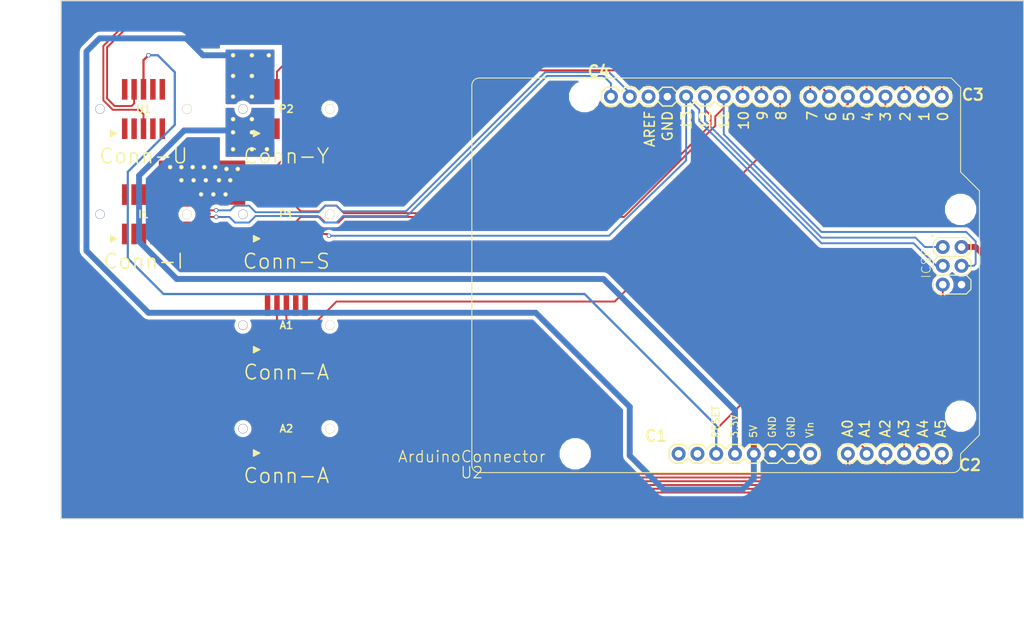
<source format=kicad_pcb>
(kicad_pcb (version 4) (host pcbnew 4.0.2+dfsg1-stable)

  (general
    (links 63)
    (no_connects 0)
    (area 84.4831 41.149599 223.125101 124.4896)
    (thickness 1.6)
    (drawings 17)
    (tracks 319)
    (zones 0)
    (modules 48)
    (nets 65)
  )

  (page A4)
  (layers
    (0 F.Cu signal)
    (31 B.Cu signal)
    (32 B.Adhes user)
    (33 F.Adhes user)
    (34 B.Paste user)
    (35 F.Paste user)
    (36 B.SilkS user)
    (37 F.SilkS user)
    (38 B.Mask user)
    (39 F.Mask user)
    (40 Dwgs.User user)
    (41 Cmts.User user)
    (42 Eco1.User user)
    (43 Eco2.User user)
    (44 Edge.Cuts user)
    (45 Margin user)
    (46 B.CrtYd user)
    (47 F.CrtYd user)
    (48 B.Fab user)
    (49 F.Fab user)
  )

  (setup
    (last_trace_width 0.254)
    (trace_clearance 0.2)
    (zone_clearance 0.508)
    (zone_45_only yes)
    (trace_min 0.2)
    (segment_width 0.2)
    (edge_width 0.15)
    (via_size 0.6)
    (via_drill 0.4)
    (via_min_size 0.4)
    (via_min_drill 0.3)
    (uvia_size 0.3)
    (uvia_drill 0.1)
    (uvias_allowed no)
    (uvia_min_size 0.2)
    (uvia_min_drill 0.1)
    (pcb_text_width 0.3)
    (pcb_text_size 1.5 1.5)
    (mod_edge_width 0.15)
    (mod_text_size 1 1)
    (mod_text_width 0.15)
    (pad_size 0.6 0.6)
    (pad_drill 0.3)
    (pad_to_mask_clearance 0.2)
    (aux_axis_origin 0 0)
    (grid_origin 163.7411 54.2036)
    (visible_elements FFFFFF7F)
    (pcbplotparams
      (layerselection 0x010fc_80000001)
      (usegerberextensions true)
      (excludeedgelayer true)
      (linewidth 0.100000)
      (plotframeref false)
      (viasonmask false)
      (mode 1)
      (useauxorigin false)
      (hpglpennumber 1)
      (hpglpenspeed 20)
      (hpglpendiameter 15)
      (hpglpenoverlay 2)
      (psnegative false)
      (psa4output false)
      (plotreference true)
      (plotvalue true)
      (plotinvisibletext false)
      (padsonsilk false)
      (subtractmaskfromsilk false)
      (outputformat 1)
      (mirror false)
      (drillshape 0)
      (scaleselection 1)
      (outputdirectory /home/kelroy/Documentos/ArduinoShieldSmoothieboard/Gerber/))
  )

  (net 0 "")
  (net 1 "Net-(A1-Pad8)")
  (net 2 "Net-(A1-Pad7)")
  (net 3 /G8)
  (net 4 /A3)
  (net 5 "Net-(A1-Pad1)")
  (net 6 "Net-(A1-Pad2)")
  (net 7 /A5)
  (net 8 /A4)
  (net 9 GND)
  (net 10 "Net-(A1-Pad9)")
  (net 11 "Net-(A2-Pad8)")
  (net 12 "Net-(A2-Pad7)")
  (net 13 "Net-(A2-Pad6)")
  (net 14 /A0)
  (net 15 "Net-(A2-Pad1)")
  (net 16 "Net-(A2-Pad2)")
  (net 17 /A2)
  (net 18 /A1)
  (net 19 "Net-(A2-Pad9)")
  (net 20 /SDA)
  (net 21 "Net-(I1-Pad7)")
  (net 22 "Net-(I1-Pad6)")
  (net 23 "Net-(I1-Pad5)")
  (net 24 "Net-(I1-Pad1)")
  (net 25 "Net-(I1-Pad2)")
  (net 26 "Net-(I1-Pad3)")
  (net 27 "Net-(I1-Pad4)")
  (net 28 /SCL)
  (net 29 /MISO)
  (net 30 /MOSI)
  (net 31 /SS)
  (net 32 "Net-(P1-Pad5)")
  (net 33 "Net-(P1-Pad1)")
  (net 34 "Net-(P1-Pad2)")
  (net 35 "Net-(P1-Pad3)")
  (net 36 /G9)
  (net 37 /SCK)
  (net 38 /G6)
  (net 39 /G5)
  (net 40 /G4)
  (net 41 /G3)
  (net 42 /3.3V)
  (net 43 /5V)
  (net 44 "Net-(P2-Pad3)")
  (net 45 /G2)
  (net 46 /G7)
  (net 47 "Net-(U1-Pad8)")
  (net 48 "Net-(U1-Pad7)")
  (net 49 /RESET)
  (net 50 /RX)
  (net 51 "Net-(U1-Pad1)")
  (net 52 "Net-(U1-Pad2)")
  (net 53 "Net-(U1-Pad3)")
  (net 54 /TX)
  (net 55 "Net-(U1-Pad9)")
  (net 56 "Net-(U2-PadAREF)")
  (net 57 "Net-(U2-PadVIN)")
  (net 58 "Net-(U2-PadI/OR)")
  (net 59 "Net-(U2-PadN/C)")
  (net 60 "Net-(A1-Pad10)")
  (net 61 "Net-(A2-Pad10)")
  (net 62 "Net-(P1-Pad10)")
  (net 63 "Net-(P2-Pad10)")
  (net 64 "Net-(U1-Pad10)")

  (net_class Default "This is the default net class."
    (clearance 0.2)
    (trace_width 0.254)
    (via_dia 0.6)
    (via_drill 0.4)
    (uvia_dia 0.3)
    (uvia_drill 0.1)
    (add_net /A0)
    (add_net /A1)
    (add_net /A2)
    (add_net /A3)
    (add_net /A4)
    (add_net /A5)
    (add_net /G2)
    (add_net /G3)
    (add_net /G4)
    (add_net /G5)
    (add_net /G6)
    (add_net /G7)
    (add_net /G8)
    (add_net /G9)
    (add_net /MISO)
    (add_net /MOSI)
    (add_net /RESET)
    (add_net /RX)
    (add_net /SCK)
    (add_net /SCL)
    (add_net /SDA)
    (add_net /SS)
    (add_net /TX)
    (add_net "Net-(A1-Pad1)")
    (add_net "Net-(A1-Pad10)")
    (add_net "Net-(A1-Pad2)")
    (add_net "Net-(A1-Pad7)")
    (add_net "Net-(A1-Pad8)")
    (add_net "Net-(A1-Pad9)")
    (add_net "Net-(A2-Pad1)")
    (add_net "Net-(A2-Pad10)")
    (add_net "Net-(A2-Pad2)")
    (add_net "Net-(A2-Pad6)")
    (add_net "Net-(A2-Pad7)")
    (add_net "Net-(A2-Pad8)")
    (add_net "Net-(A2-Pad9)")
    (add_net "Net-(I1-Pad1)")
    (add_net "Net-(I1-Pad2)")
    (add_net "Net-(I1-Pad3)")
    (add_net "Net-(I1-Pad4)")
    (add_net "Net-(I1-Pad5)")
    (add_net "Net-(I1-Pad6)")
    (add_net "Net-(I1-Pad7)")
    (add_net "Net-(P1-Pad1)")
    (add_net "Net-(P1-Pad10)")
    (add_net "Net-(P1-Pad2)")
    (add_net "Net-(P1-Pad3)")
    (add_net "Net-(P1-Pad5)")
    (add_net "Net-(P2-Pad10)")
    (add_net "Net-(P2-Pad3)")
    (add_net "Net-(U1-Pad1)")
    (add_net "Net-(U1-Pad10)")
    (add_net "Net-(U1-Pad2)")
    (add_net "Net-(U1-Pad3)")
    (add_net "Net-(U1-Pad7)")
    (add_net "Net-(U1-Pad8)")
    (add_net "Net-(U1-Pad9)")
    (add_net "Net-(U2-PadAREF)")
    (add_net "Net-(U2-PadI/OR)")
    (add_net "Net-(U2-PadN/C)")
    (add_net "Net-(U2-PadVIN)")
  )

  (net_class 5V ""
    (clearance 0.3)
    (trace_width 0.8)
    (via_dia 1)
    (via_drill 0.6)
    (uvia_dia 0.5)
    (uvia_drill 0.1)
    (add_net /3.3V)
    (add_net /5V)
  )

  (net_class GND ""
    (clearance 0.2)
    (trace_width 0.4)
    (via_dia 0.6)
    (via_drill 0.4)
    (uvia_dia 0.3)
    (uvia_drill 0.1)
    (add_net GND)
  )

  (module Lib:VIA-0.6 (layer F.Cu) (tedit 59284EA1) (tstamp 5928231A)
    (at 159.0421 96.1136)
    (fp_text reference "" (at 0 0.5) (layer F.SilkS)
      (effects (font (size 1 1) (thickness 0.15)))
    )
    (fp_text value "" (at 0 -0.5) (layer F.Fab)
      (effects (font (size 1 1) (thickness 0.15)))
    )
    (pad 1 thru_hole circle (at -42.164 -32.131) (size 0.6 0.6) (drill 0.3) (layers *.Cu *.Mask F.SilkS)
      (net 9 GND))
  )

  (module Lib:VIA-0.6 (layer F.Cu) (tedit 5928231F) (tstamp 59282316)
    (at 157.0101 95.8596)
    (fp_text reference "" (at 0 0.5) (layer F.SilkS)
      (effects (font (size 1 1) (thickness 0.15)))
    )
    (fp_text value "" (at 0 -0.5) (layer F.Fab)
      (effects (font (size 1 1) (thickness 0.15)))
    )
    (pad 1 thru_hole circle (at -46.101 -30.353) (size 0.6 0.6) (drill 0.3) (layers *.Cu *.Mask F.SilkS)
      (net 9 GND))
  )

  (module Lib:VIA-0.6 (layer F.Cu) (tedit 59282333) (tstamp 59282312)
    (at 157.0101 95.8596)
    (fp_text reference "" (at 0 0.5) (layer F.SilkS)
      (effects (font (size 1 1) (thickness 0.15)))
    )
    (fp_text value "" (at 0 -0.5) (layer F.Fab)
      (effects (font (size 1 1) (thickness 0.15)))
    )
    (pad 1 thru_hole circle (at -45.085 -28.448) (size 0.6 0.6) (drill 0.3) (layers *.Cu *.Mask F.SilkS)
      (net 9 GND))
  )

  (module Lib:VIA-0.6 (layer F.Cu) (tedit 5928232B) (tstamp 5928230A)
    (at 157.5181 94.4626)
    (fp_text reference "" (at 0 0.5) (layer F.SilkS)
      (effects (font (size 1 1) (thickness 0.15)))
    )
    (fp_text value "" (at 0 -0.5) (layer F.Fab)
      (effects (font (size 1 1) (thickness 0.15)))
    )
    (pad 1 thru_hole circle (at -43.18 -28.956) (size 0.6 0.6) (drill 0.3) (layers *.Cu *.Mask F.SilkS)
      (net 9 GND))
  )

  (module Lib:VIA-0.6 (layer F.Cu) (tedit 59282318) (tstamp 59282306)
    (at 155.4861 94.2086)
    (fp_text reference "" (at 0 0.5) (layer F.SilkS)
      (effects (font (size 1 1) (thickness 0.15)))
    )
    (fp_text value "" (at 0 -0.5) (layer F.Fab)
      (effects (font (size 1 1) (thickness 0.15)))
    )
    (pad 1 thru_hole circle (at -46.228 -28.702) (size 0.6 0.6) (drill 0.3) (layers *.Cu *.Mask F.SilkS)
      (net 9 GND))
  )

  (module Lib:VIA-0.6 (layer F.Cu) (tedit 59282337) (tstamp 59282302)
    (at 155.4861 94.2086)
    (fp_text reference "" (at 0 0.5) (layer F.SilkS)
      (effects (font (size 1 1) (thickness 0.15)))
    )
    (fp_text value "" (at 0 -0.5) (layer F.Fab)
      (effects (font (size 1 1) (thickness 0.15)))
    )
    (pad 1 thru_hole circle (at -41.91 -26.797) (size 0.6 0.6) (drill 0.3) (layers *.Cu *.Mask F.SilkS)
      (net 9 GND))
  )

  (module Lib:VIA-0.6 (layer F.Cu) (tedit 59284E9D) (tstamp 592822FA)
    (at 158.1531 92.3036)
    (fp_text reference "" (at 0 0.5) (layer F.SilkS)
      (effects (font (size 1 1) (thickness 0.15)))
    )
    (fp_text value "" (at 0 -0.5) (layer F.Fab)
      (effects (font (size 1 1) (thickness 0.15)))
    )
    (pad 1 thru_hole circle (at -42.799 -28.321) (size 0.6 0.6) (drill 0.3) (layers *.Cu *.Mask F.SilkS)
      (net 9 GND))
  )

  (module Lib:VIA-0.6 (layer F.Cu) (tedit 592822FE) (tstamp 592822F6)
    (at 156.1211 92.0496)
    (fp_text reference "" (at 0 0.5) (layer F.SilkS)
      (effects (font (size 1 1) (thickness 0.15)))
    )
    (fp_text value "" (at 0 -0.5) (layer F.Fab)
      (effects (font (size 1 1) (thickness 0.15)))
    )
    (pad 1 thru_hole circle (at -43.815 -28.321) (size 0.6 0.6) (drill 0.3) (layers *.Cu *.Mask F.SilkS)
      (net 9 GND))
  )

  (module Lib:VIA-0.6 (layer F.Cu) (tedit 59282304) (tstamp 592822F2)
    (at 156.1211 92.0496)
    (fp_text reference "" (at 0 0.5) (layer F.SilkS)
      (effects (font (size 1 1) (thickness 0.15)))
    )
    (fp_text value "" (at 0 -0.5) (layer F.Fab)
      (effects (font (size 1 1) (thickness 0.15)))
    )
    (pad 1 thru_hole circle (at -42.291 -28.321) (size 0.6 0.6) (drill 0.3) (layers *.Cu *.Mask F.SilkS)
      (net 9 GND))
  )

  (module Lib:VIA-0.6 (layer F.Cu) (tedit 5928233C) (tstamp 592822EE)
    (at 158.1531 92.3036)
    (fp_text reference "" (at 0 0.5) (layer F.SilkS)
      (effects (font (size 1 1) (thickness 0.15)))
    )
    (fp_text value "" (at 0 -0.5) (layer F.Fab)
      (effects (font (size 1 1) (thickness 0.15)))
    )
    (pad 1 thru_hole circle (at -42.926 -24.892) (size 0.6 0.6) (drill 0.3) (layers *.Cu *.Mask F.SilkS)
      (net 9 GND))
  )

  (module Lib:VIA-0.6 (layer F.Cu) (tedit 59282344) (tstamp 592822EA)
    (at 159.6771 93.9546)
    (fp_text reference "" (at 0 0.5) (layer F.SilkS)
      (effects (font (size 1 1) (thickness 0.15)))
    )
    (fp_text value "" (at 0 -0.5) (layer F.Fab)
      (effects (font (size 1 1) (thickness 0.15)))
    )
    (pad 1 thru_hole circle (at -43.815 -28.448) (size 0.6 0.6) (drill 0.3) (layers *.Cu *.Mask F.SilkS)
      (net 9 GND))
  )

  (module Lib:VIA-0.6 (layer F.Cu) (tedit 59282325) (tstamp 592822E6)
    (at 157.6451 93.7006)
    (fp_text reference "" (at 0 0.5) (layer F.SilkS)
      (effects (font (size 1 1) (thickness 0.15)))
    )
    (fp_text value "" (at 0 -0.5) (layer F.Fab)
      (effects (font (size 1 1) (thickness 0.15)))
    )
    (pad 1 thru_hole circle (at -45.085 -28.194) (size 0.6 0.6) (drill 0.3) (layers *.Cu *.Mask F.SilkS)
      (net 9 GND))
  )

  (module Lib:VIA-0.6 (layer F.Cu) (tedit 59282040) (tstamp 59281B1E)
    (at 99.7331 48.8696)
    (fp_text reference "" (at 0 0.5) (layer F.SilkS)
      (effects (font (size 1 1) (thickness 0.15)))
    )
    (fp_text value "" (at 0 -0.5) (layer F.Fab)
      (effects (font (size 1 1) (thickness 0.15)))
    )
  )

  (module Lib:VIA-0.6 (layer F.Cu) (tedit 59282045) (tstamp 59281B22)
    (at 97.1931 48.8696)
    (fp_text reference "" (at 0 0.5) (layer F.SilkS)
      (effects (font (size 1 1) (thickness 0.15)))
    )
    (fp_text value "" (at 0 -0.5) (layer F.Fab)
      (effects (font (size 1 1) (thickness 0.15)))
    )
  )

  (module Lib:VIA-0.6 (layer F.Cu) (tedit 590240B6) (tstamp 59281B1B)
    (at 101.7651 51.9176)
    (fp_text reference "" (at 0 0.5) (layer F.SilkS)
      (effects (font (size 1 1) (thickness 0.15)))
    )
    (fp_text value "" (at 0 -0.5) (layer F.Fab)
      (effects (font (size 1 1) (thickness 0.15)))
    )
  )

  (module Lib:VIA-0.6 (layer F.Cu) (tedit 59282053) (tstamp 59281B17)
    (at 99.7331 51.6636)
    (fp_text reference "" (at 0 0.5) (layer F.SilkS)
      (effects (font (size 1 1) (thickness 0.15)))
    )
    (fp_text value "" (at 0 -0.5) (layer F.Fab)
      (effects (font (size 1 1) (thickness 0.15)))
    )
  )

  (module Lib:VIA-0.6 (layer F.Cu) (tedit 5928204C) (tstamp 59281B13)
    (at 97.1931 51.6636)
    (fp_text reference "" (at 0 0.5) (layer F.SilkS)
      (effects (font (size 1 1) (thickness 0.15)))
    )
    (fp_text value "" (at 0 -0.5) (layer F.Fab)
      (effects (font (size 1 1) (thickness 0.15)))
    )
  )

  (module Lib:VIA-0.6 (layer F.Cu) (tedit 590240BA) (tstamp 59281B10)
    (at 102.0191 48.8696)
    (fp_text reference "" (at 0 0.5) (layer F.SilkS)
      (effects (font (size 1 1) (thickness 0.15)))
    )
    (fp_text value "" (at 0 -0.5) (layer F.Fab)
      (effects (font (size 1 1) (thickness 0.15)))
    )
  )

  (module Lib:VIA-0.6 (layer F.Cu) (tedit 590240B0) (tstamp 59281B0D)
    (at 101.7651 54.2036)
    (fp_text reference "" (at 0 0.5) (layer F.SilkS)
      (effects (font (size 1 1) (thickness 0.15)))
    )
    (fp_text value "" (at 0 -0.5) (layer F.Fab)
      (effects (font (size 1 1) (thickness 0.15)))
    )
  )

  (module Lib:VIA-0.6 (layer F.Cu) (tedit 59282293) (tstamp 5901E480)
    (at 108.8771 63.0936)
    (fp_text reference "" (at 0 0.5) (layer F.SilkS)
      (effects (font (size 1 1) (thickness 0.15)))
    )
    (fp_text value "" (at 0 -0.5) (layer F.Fab)
      (effects (font (size 1 1) (thickness 0.15)))
    )
    (pad 1 thru_hole circle (at -1.143 0.635) (size 0.6 0.6) (drill 0.3) (layers *.Cu *.Mask F.SilkS)
      (net 9 GND))
  )

  (module Lib:VIA-0.6 (layer F.Cu) (tedit 5928229B) (tstamp 5901E471)
    (at 112.1791 63.0936)
    (fp_text reference "" (at 0 0.5) (layer F.SilkS)
      (effects (font (size 1 1) (thickness 0.15)))
    )
    (fp_text value "" (at 0 -0.5) (layer F.Fab)
      (effects (font (size 1 1) (thickness 0.15)))
    )
    (pad 1 thru_hole circle (at -1.397 0.635) (size 0.6 0.6) (drill 0.3) (layers *.Cu *.Mask F.SilkS)
      (net 9 GND))
  )

  (module Lib:VIA-0.6 (layer F.Cu) (tedit 59282297) (tstamp 5901E46D)
    (at 127.6731 62.8396)
    (fp_text reference "" (at 0 0.5) (layer F.SilkS)
      (effects (font (size 1 1) (thickness 0.15)))
    )
    (fp_text value "" (at 0 -0.5) (layer F.Fab)
      (effects (font (size 1 1) (thickness 0.15)))
    )
    (pad 1 thru_hole circle (at -18.415 0.889) (size 0.6 0.6) (drill 0.3) (layers *.Cu *.Mask F.SilkS)
      (net 9 GND))
  )

  (module Lib:VIA-0.6 (layer F.Cu) (tedit 592821E5) (tstamp 5901E469)
    (at 127.6731 48.6156)
    (fp_text reference "" (at 0 0.5) (layer F.SilkS)
      (effects (font (size 1 1) (thickness 0.15)))
    )
    (fp_text value "" (at 0 -0.5) (layer F.Fab)
      (effects (font (size 1 1) (thickness 0.15)))
    )
  )

  (module Lib:VIA-0.6 (layer F.Cu) (tedit 590240F6) (tstamp 5901E1D7)
    (at 120.8151 58.7756)
    (fp_text reference "" (at 0 0.5) (layer F.SilkS)
      (effects (font (size 1 1) (thickness 0.15)))
    )
    (fp_text value "" (at 0 -0.5) (layer F.Fab)
      (effects (font (size 1 1) (thickness 0.15)))
    )
    (pad 1 thru_hole circle (at 0 2.54) (size 0.6 0.6) (drill 0.3) (layers *.Cu *.Mask F.SilkS)
      (net 42 /3.3V))
  )

  (module Lib:VIA-0.6 (layer F.Cu) (tedit 590240F2) (tstamp 5901E1D5)
    (at 118.7831 58.7756)
    (fp_text reference "" (at 0 0.5) (layer F.SilkS)
      (effects (font (size 1 1) (thickness 0.15)))
    )
    (fp_text value "" (at 0 -0.5) (layer F.Fab)
      (effects (font (size 1 1) (thickness 0.15)))
    )
    (pad 1 thru_hole circle (at 0 2.54) (size 0.6 0.6) (drill 0.3) (layers *.Cu *.Mask F.SilkS)
      (net 42 /3.3V))
  )

  (module Lib:VIA-0.6 (layer F.Cu) (tedit 590240EE) (tstamp 5901E1D3)
    (at 116.2431 58.7756)
    (fp_text reference "" (at 0 0.5) (layer F.SilkS)
      (effects (font (size 1 1) (thickness 0.15)))
    )
    (fp_text value "" (at 0 -0.5) (layer F.Fab)
      (effects (font (size 1 1) (thickness 0.15)))
    )
    (pad 1 thru_hole circle (at 0 2.54) (size 0.6 0.6) (drill 0.3) (layers *.Cu *.Mask F.SilkS)
      (net 42 /3.3V))
  )

  (module Lib:VIA-0.6 (layer F.Cu) (tedit 590240E8) (tstamp 5901E1D1)
    (at 116.2431 56.4896)
    (fp_text reference "" (at 0 0.5) (layer F.SilkS)
      (effects (font (size 1 1) (thickness 0.15)))
    )
    (fp_text value "" (at 0 -0.5) (layer F.Fab)
      (effects (font (size 1 1) (thickness 0.15)))
    )
    (pad 1 thru_hole circle (at 0 2.54) (size 0.6 0.6) (drill 0.3) (layers *.Cu *.Mask F.SilkS)
      (net 42 /3.3V))
  )

  (module Lib:VIA-0.6 (layer F.Cu) (tedit 590240EB) (tstamp 5901E1CE)
    (at 118.7831 56.4896)
    (fp_text reference "" (at 0 0.5) (layer F.SilkS)
      (effects (font (size 1 1) (thickness 0.15)))
    )
    (fp_text value "" (at 0 -0.5) (layer F.Fab)
      (effects (font (size 1 1) (thickness 0.15)))
    )
    (pad 1 thru_hole circle (at 0 2.54) (size 0.6 0.6) (drill 0.3) (layers *.Cu *.Mask F.SilkS)
      (net 42 /3.3V))
  )

  (module Lib:VIA-0.6 (layer F.Cu) (tedit 590240AB) (tstamp 5901E1CB)
    (at 120.8151 56.4896)
    (fp_text reference "" (at 0 0.5) (layer F.SilkS)
      (effects (font (size 1 1) (thickness 0.15)))
    )
    (fp_text value "" (at 0 -0.5) (layer F.Fab)
      (effects (font (size 1 1) (thickness 0.15)))
    )
  )

  (module Lib:VIA-0.6 (layer F.Cu) (tedit 590240B0) (tstamp 5901E1C8)
    (at 120.8151 54.2036)
    (fp_text reference "" (at 0 0.5) (layer F.SilkS)
      (effects (font (size 1 1) (thickness 0.15)))
    )
    (fp_text value "" (at 0 -0.5) (layer F.Fab)
      (effects (font (size 1 1) (thickness 0.15)))
    )
  )

  (module Lib:VIA-0.6 (layer F.Cu) (tedit 590240E1) (tstamp 5901E1C5)
    (at 118.7831 54.7116)
    (fp_text reference "" (at 0 0.5) (layer F.SilkS)
      (effects (font (size 1 1) (thickness 0.15)))
    )
    (fp_text value "" (at 0 -0.5) (layer F.Fab)
      (effects (font (size 1 1) (thickness 0.15)))
    )
    (pad 1 thru_hole circle (at 0 2.54) (size 0.6 0.6) (drill 0.3) (layers *.Cu *.Mask F.SilkS)
      (net 42 /3.3V))
  )

  (module Lib:VIA-0.6 (layer F.Cu) (tedit 590240DA) (tstamp 5901E1C1)
    (at 116.2431 54.7116)
    (fp_text reference "" (at 0 0.5) (layer F.SilkS)
      (effects (font (size 1 1) (thickness 0.15)))
    )
    (fp_text value "" (at 0 -0.5) (layer F.Fab)
      (effects (font (size 1 1) (thickness 0.15)))
    )
    (pad 1 thru_hole circle (at 0 2.54) (size 0.6 0.6) (drill 0.3) (layers *.Cu *.Mask F.SilkS)
      (net 42 /3.3V))
  )

  (module Lib:VIA-0.6 (layer F.Cu) (tedit 590240BA) (tstamp 5901E196)
    (at 121.0691 48.8696)
    (fp_text reference "" (at 0 0.5) (layer F.SilkS)
      (effects (font (size 1 1) (thickness 0.15)))
    )
    (fp_text value "" (at 0 -0.5) (layer F.Fab)
      (effects (font (size 1 1) (thickness 0.15)))
    )
  )

  (module Lib:VIA-0.6 (layer F.Cu) (tedit 5901E15D) (tstamp 5901E193)
    (at 116.2431 51.6636)
    (fp_text reference "" (at 0 0.5) (layer F.SilkS)
      (effects (font (size 1 1) (thickness 0.15)))
    )
    (fp_text value "" (at 0 -0.5) (layer F.Fab)
      (effects (font (size 1 1) (thickness 0.15)))
    )
    (pad 1 thru_hole circle (at 0 2.54) (size 0.6 0.6) (drill 0.3) (layers *.Cu *.Mask F.SilkS)
      (net 43 /5V))
  )

  (module Lib:VIA-0.6 (layer F.Cu) (tedit 5901E15D) (tstamp 5901E191)
    (at 118.7831 51.6636)
    (fp_text reference "" (at 0 0.5) (layer F.SilkS)
      (effects (font (size 1 1) (thickness 0.15)))
    )
    (fp_text value "" (at 0 -0.5) (layer F.Fab)
      (effects (font (size 1 1) (thickness 0.15)))
    )
    (pad 1 thru_hole circle (at 0 2.54) (size 0.6 0.6) (drill 0.3) (layers *.Cu *.Mask F.SilkS)
      (net 43 /5V))
  )

  (module Lib:VIA-0.6 (layer F.Cu) (tedit 590240B6) (tstamp 5901E18F)
    (at 120.8151 51.9176)
    (fp_text reference "" (at 0 0.5) (layer F.SilkS)
      (effects (font (size 1 1) (thickness 0.15)))
    )
    (fp_text value "" (at 0 -0.5) (layer F.Fab)
      (effects (font (size 1 1) (thickness 0.15)))
    )
  )

  (module Lib:VIA-0.6 (layer F.Cu) (tedit 5901E15D) (tstamp 5901E18A)
    (at 121.0691 46.0756)
    (fp_text reference "" (at 0 0.5) (layer F.SilkS)
      (effects (font (size 1 1) (thickness 0.15)))
    )
    (fp_text value "" (at 0 -0.5) (layer F.Fab)
      (effects (font (size 1 1) (thickness 0.15)))
    )
    (pad 1 thru_hole circle (at 0 2.54) (size 0.6 0.6) (drill 0.3) (layers *.Cu *.Mask F.SilkS)
      (net 43 /5V))
  )

  (module Lib:VIA-0.6 (layer F.Cu) (tedit 5901E15D) (tstamp 5901E187)
    (at 118.7831 46.0756)
    (fp_text reference "" (at 0 0.5) (layer F.SilkS)
      (effects (font (size 1 1) (thickness 0.15)))
    )
    (fp_text value "" (at 0 -0.5) (layer F.Fab)
      (effects (font (size 1 1) (thickness 0.15)))
    )
    (pad 1 thru_hole circle (at 0 2.54) (size 0.6 0.6) (drill 0.3) (layers *.Cu *.Mask F.SilkS)
      (net 43 /5V))
  )

  (module Lib:VIA-0.6 (layer F.Cu) (tedit 5901E15D) (tstamp 5901E183)
    (at 116.2431 46.0756)
    (fp_text reference "" (at 0 0.5) (layer F.SilkS)
      (effects (font (size 1 1) (thickness 0.15)))
    )
    (fp_text value "" (at 0 -0.5) (layer F.Fab)
      (effects (font (size 1 1) (thickness 0.15)))
    )
    (pad 1 thru_hole circle (at 0 2.54) (size 0.6 0.6) (drill 0.3) (layers *.Cu *.Mask F.SilkS)
      (net 43 /5V))
  )

  (module Lib:VIA-0.6 (layer F.Cu) (tedit 5901E15D) (tstamp 5901E17E)
    (at 118.7831 48.8696)
    (fp_text reference "" (at 0 0.5) (layer F.SilkS)
      (effects (font (size 1 1) (thickness 0.15)))
    )
    (fp_text value "" (at 0 -0.5) (layer F.Fab)
      (effects (font (size 1 1) (thickness 0.15)))
    )
    (pad 1 thru_hole circle (at 0 2.54) (size 0.6 0.6) (drill 0.3) (layers *.Cu *.Mask F.SilkS)
      (net 43 /5V))
  )

  (module Lib:VIA-0.6 (layer F.Cu) (tedit 5901E15D) (tstamp 5901E17A)
    (at 116.2431 48.8696)
    (fp_text reference "" (at 0 0.5) (layer F.SilkS)
      (effects (font (size 1 1) (thickness 0.15)))
    )
    (fp_text value "" (at 0 -0.5) (layer F.Fab)
      (effects (font (size 1 1) (thickness 0.15)))
    )
    (pad 1 thru_hole circle (at 0 2.54) (size 0.6 0.6) (drill 0.3) (layers *.Cu *.Mask F.SilkS)
      (net 43 /5V))
  )

  (module Lib:ARDUINO_UNO (layer F.Cu) (tedit 59284EDF) (tstamp 5901CBAE)
    (at 148.5011 105.0036)
    (descr "Footprint for representing an Arduino Uno board in an EAGLE schematic. Created by Dave Young for Element14. More EAGLE documentation at: http://www.element14.com/community/community/knode/cadsoft_eagle")
    (path /5901C4BC)
    (fp_text reference U2 (at 0 0) (layer F.SilkS)
      (effects (font (thickness 0.15)))
    )
    (fp_text value ArduinoConnector (at 0 -2.159) (layer F.SilkS)
      (effects (font (thickness 0.15)))
    )
    (fp_line (start 66.04 -2.54) (end 66.04 -1.016) (layer F.SilkS) (width 0.127))
    (fp_arc (start 65.024 -1.016) (end 66.04 -1.016) (angle 90) (layer F.SilkS) (width 0.127))
    (fp_line (start 65.024 0) (end 1.016 0) (layer F.SilkS) (width 0.127))
    (fp_arc (start 1.016 -1.016) (end 1.016 0) (angle 90) (layer F.SilkS) (width 0.127))
    (fp_line (start 0 -1.016) (end 0 -52.2986) (layer F.SilkS) (width 0.127))
    (fp_arc (start 1.016 -52.2986) (end 0 -52.2986) (angle 90) (layer F.SilkS) (width 0.127))
    (fp_line (start 1.016 -53.3146) (end 64.77 -53.3146) (layer F.SilkS) (width 0.127))
    (fp_line (start 64.77 -53.3146) (end 66.04 -52.0446) (layer F.SilkS) (width 0.127))
    (fp_line (start 66.04 -52.0446) (end 66.04 -40.6146) (layer F.SilkS) (width 0.127))
    (fp_line (start 66.04 -40.6146) (end 68.58 -38.0746) (layer F.SilkS) (width 0.127))
    (fp_line (start 68.58 -38.0746) (end 68.58 -5.08) (layer F.SilkS) (width 0.127))
    (fp_line (start 68.58 -5.08) (end 66.04 -2.54) (layer F.SilkS) (width 0.127))
    (fp_line (start 60.325 -52.07) (end 61.595 -52.07) (layer F.SilkS) (width 0.2032))
    (fp_line (start 61.595 -52.07) (end 62.23 -51.435) (layer F.SilkS) (width 0.2032))
    (fp_line (start 62.23 -50.165) (end 61.595 -49.53) (layer F.SilkS) (width 0.2032))
    (fp_line (start 57.15 -51.435) (end 57.785 -52.07) (layer F.SilkS) (width 0.2032))
    (fp_line (start 57.785 -52.07) (end 59.055 -52.07) (layer F.SilkS) (width 0.2032))
    (fp_line (start 59.055 -52.07) (end 59.69 -51.435) (layer F.SilkS) (width 0.2032))
    (fp_line (start 59.69 -50.165) (end 59.055 -49.53) (layer F.SilkS) (width 0.2032))
    (fp_line (start 59.055 -49.53) (end 57.785 -49.53) (layer F.SilkS) (width 0.2032))
    (fp_line (start 57.785 -49.53) (end 57.15 -50.165) (layer F.SilkS) (width 0.2032))
    (fp_line (start 60.325 -52.07) (end 59.69 -51.435) (layer F.SilkS) (width 0.2032))
    (fp_line (start 59.69 -50.165) (end 60.325 -49.53) (layer F.SilkS) (width 0.2032))
    (fp_line (start 61.595 -49.53) (end 60.325 -49.53) (layer F.SilkS) (width 0.2032))
    (fp_line (start 52.705 -52.07) (end 53.975 -52.07) (layer F.SilkS) (width 0.2032))
    (fp_line (start 53.975 -52.07) (end 54.61 -51.435) (layer F.SilkS) (width 0.2032))
    (fp_line (start 54.61 -50.165) (end 53.975 -49.53) (layer F.SilkS) (width 0.2032))
    (fp_line (start 54.61 -51.435) (end 55.245 -52.07) (layer F.SilkS) (width 0.2032))
    (fp_line (start 55.245 -52.07) (end 56.515 -52.07) (layer F.SilkS) (width 0.2032))
    (fp_line (start 56.515 -52.07) (end 57.15 -51.435) (layer F.SilkS) (width 0.2032))
    (fp_line (start 57.15 -50.165) (end 56.515 -49.53) (layer F.SilkS) (width 0.2032))
    (fp_line (start 56.515 -49.53) (end 55.245 -49.53) (layer F.SilkS) (width 0.2032))
    (fp_line (start 55.245 -49.53) (end 54.61 -50.165) (layer F.SilkS) (width 0.2032))
    (fp_line (start 49.53 -51.435) (end 50.165 -52.07) (layer F.SilkS) (width 0.2032))
    (fp_line (start 50.165 -52.07) (end 51.435 -52.07) (layer F.SilkS) (width 0.2032))
    (fp_line (start 51.435 -52.07) (end 52.07 -51.435) (layer F.SilkS) (width 0.2032))
    (fp_line (start 52.07 -50.165) (end 51.435 -49.53) (layer F.SilkS) (width 0.2032))
    (fp_line (start 51.435 -49.53) (end 50.165 -49.53) (layer F.SilkS) (width 0.2032))
    (fp_line (start 50.165 -49.53) (end 49.53 -50.165) (layer F.SilkS) (width 0.2032))
    (fp_line (start 52.705 -52.07) (end 52.07 -51.435) (layer F.SilkS) (width 0.2032))
    (fp_line (start 52.07 -50.165) (end 52.705 -49.53) (layer F.SilkS) (width 0.2032))
    (fp_line (start 53.975 -49.53) (end 52.705 -49.53) (layer F.SilkS) (width 0.2032))
    (fp_line (start 45.085 -52.07) (end 46.355 -52.07) (layer F.SilkS) (width 0.2032))
    (fp_line (start 46.355 -52.07) (end 46.99 -51.435) (layer F.SilkS) (width 0.2032))
    (fp_line (start 46.99 -50.165) (end 46.355 -49.53) (layer F.SilkS) (width 0.2032))
    (fp_line (start 46.99 -51.435) (end 47.625 -52.07) (layer F.SilkS) (width 0.2032))
    (fp_line (start 47.625 -52.07) (end 48.895 -52.07) (layer F.SilkS) (width 0.2032))
    (fp_line (start 48.895 -52.07) (end 49.53 -51.435) (layer F.SilkS) (width 0.2032))
    (fp_line (start 49.53 -50.165) (end 48.895 -49.53) (layer F.SilkS) (width 0.2032))
    (fp_line (start 48.895 -49.53) (end 47.625 -49.53) (layer F.SilkS) (width 0.2032))
    (fp_line (start 47.625 -49.53) (end 46.99 -50.165) (layer F.SilkS) (width 0.2032))
    (fp_line (start 44.45 -51.435) (end 44.45 -50.165) (layer F.SilkS) (width 0.2032))
    (fp_line (start 45.085 -52.07) (end 44.45 -51.435) (layer F.SilkS) (width 0.2032))
    (fp_line (start 44.45 -50.165) (end 45.085 -49.53) (layer F.SilkS) (width 0.2032))
    (fp_line (start 46.355 -49.53) (end 45.085 -49.53) (layer F.SilkS) (width 0.2032))
    (fp_line (start 62.865 -52.07) (end 64.135 -52.07) (layer F.SilkS) (width 0.2032))
    (fp_line (start 64.135 -52.07) (end 64.77 -51.435) (layer F.SilkS) (width 0.2032))
    (fp_line (start 64.77 -51.435) (end 64.77 -50.165) (layer F.SilkS) (width 0.2032))
    (fp_line (start 64.77 -50.165) (end 64.135 -49.53) (layer F.SilkS) (width 0.2032))
    (fp_line (start 62.865 -52.07) (end 62.23 -51.435) (layer F.SilkS) (width 0.2032))
    (fp_line (start 62.23 -50.165) (end 62.865 -49.53) (layer F.SilkS) (width 0.2032))
    (fp_line (start 64.135 -49.53) (end 62.865 -49.53) (layer F.SilkS) (width 0.2032))
    (fp_line (start 38.481 -52.07) (end 39.751 -52.07) (layer F.SilkS) (width 0.2032))
    (fp_line (start 39.751 -52.07) (end 40.386 -51.435) (layer F.SilkS) (width 0.2032))
    (fp_line (start 40.386 -50.165) (end 39.751 -49.53) (layer F.SilkS) (width 0.2032))
    (fp_line (start 35.306 -51.435) (end 35.941 -52.07) (layer F.SilkS) (width 0.2032))
    (fp_line (start 35.941 -52.07) (end 37.211 -52.07) (layer F.SilkS) (width 0.2032))
    (fp_line (start 37.211 -52.07) (end 37.846 -51.435) (layer F.SilkS) (width 0.2032))
    (fp_line (start 37.846 -50.165) (end 37.211 -49.53) (layer F.SilkS) (width 0.2032))
    (fp_line (start 37.211 -49.53) (end 35.941 -49.53) (layer F.SilkS) (width 0.2032))
    (fp_line (start 35.941 -49.53) (end 35.306 -50.165) (layer F.SilkS) (width 0.2032))
    (fp_line (start 38.481 -52.07) (end 37.846 -51.435) (layer F.SilkS) (width 0.2032))
    (fp_line (start 37.846 -50.165) (end 38.481 -49.53) (layer F.SilkS) (width 0.2032))
    (fp_line (start 39.751 -49.53) (end 38.481 -49.53) (layer F.SilkS) (width 0.2032))
    (fp_line (start 30.861 -52.07) (end 32.131 -52.07) (layer F.SilkS) (width 0.2032))
    (fp_line (start 32.131 -52.07) (end 32.766 -51.435) (layer F.SilkS) (width 0.2032))
    (fp_line (start 32.766 -50.165) (end 32.131 -49.53) (layer F.SilkS) (width 0.2032))
    (fp_line (start 32.766 -51.435) (end 33.401 -52.07) (layer F.SilkS) (width 0.2032))
    (fp_line (start 33.401 -52.07) (end 34.671 -52.07) (layer F.SilkS) (width 0.2032))
    (fp_line (start 34.671 -52.07) (end 35.306 -51.435) (layer F.SilkS) (width 0.2032))
    (fp_line (start 35.306 -50.165) (end 34.671 -49.53) (layer F.SilkS) (width 0.2032))
    (fp_line (start 34.671 -49.53) (end 33.401 -49.53) (layer F.SilkS) (width 0.2032))
    (fp_line (start 33.401 -49.53) (end 32.766 -50.165) (layer F.SilkS) (width 0.2032))
    (fp_line (start 27.686 -51.435) (end 28.321 -52.07) (layer F.SilkS) (width 0.2032))
    (fp_line (start 28.321 -52.07) (end 29.591 -52.07) (layer F.SilkS) (width 0.2032))
    (fp_line (start 29.591 -52.07) (end 30.226 -51.435) (layer F.SilkS) (width 0.2032))
    (fp_line (start 30.226 -50.165) (end 29.591 -49.53) (layer F.SilkS) (width 0.2032))
    (fp_line (start 29.591 -49.53) (end 28.321 -49.53) (layer F.SilkS) (width 0.2032))
    (fp_line (start 28.321 -49.53) (end 27.686 -50.165) (layer F.SilkS) (width 0.2032))
    (fp_line (start 30.861 -52.07) (end 30.226 -51.435) (layer F.SilkS) (width 0.2032))
    (fp_line (start 30.226 -50.165) (end 30.861 -49.53) (layer F.SilkS) (width 0.2032))
    (fp_line (start 32.131 -49.53) (end 30.861 -49.53) (layer F.SilkS) (width 0.2032))
    (fp_line (start 23.241 -52.07) (end 24.511 -52.07) (layer F.SilkS) (width 0.2032))
    (fp_line (start 24.511 -52.07) (end 25.146 -51.435) (layer F.SilkS) (width 0.2032))
    (fp_line (start 25.146 -50.165) (end 24.511 -49.53) (layer F.SilkS) (width 0.2032))
    (fp_line (start 25.146 -51.435) (end 25.781 -52.07) (layer F.SilkS) (width 0.2032))
    (fp_line (start 25.781 -52.07) (end 27.051 -52.07) (layer F.SilkS) (width 0.2032))
    (fp_line (start 27.051 -52.07) (end 27.686 -51.435) (layer F.SilkS) (width 0.2032))
    (fp_line (start 27.686 -50.165) (end 27.051 -49.53) (layer F.SilkS) (width 0.2032))
    (fp_line (start 27.051 -49.53) (end 25.781 -49.53) (layer F.SilkS) (width 0.2032))
    (fp_line (start 25.781 -49.53) (end 25.146 -50.165) (layer F.SilkS) (width 0.2032))
    (fp_line (start 23.241 -52.07) (end 22.606 -51.435) (layer F.SilkS) (width 0.2032))
    (fp_line (start 22.606 -50.165) (end 23.241 -49.53) (layer F.SilkS) (width 0.2032))
    (fp_line (start 24.511 -49.53) (end 23.241 -49.53) (layer F.SilkS) (width 0.2032))
    (fp_line (start 41.021 -52.07) (end 42.291 -52.07) (layer F.SilkS) (width 0.2032))
    (fp_line (start 42.291 -52.07) (end 42.926 -51.435) (layer F.SilkS) (width 0.2032))
    (fp_line (start 42.926 -51.435) (end 42.926 -50.165) (layer F.SilkS) (width 0.2032))
    (fp_line (start 42.926 -50.165) (end 42.291 -49.53) (layer F.SilkS) (width 0.2032))
    (fp_line (start 41.021 -52.07) (end 40.386 -51.435) (layer F.SilkS) (width 0.2032))
    (fp_line (start 40.386 -50.165) (end 41.021 -49.53) (layer F.SilkS) (width 0.2032))
    (fp_line (start 42.291 -49.53) (end 41.021 -49.53) (layer F.SilkS) (width 0.2032))
    (fp_text user GND (at 25.654 -49.022 90) (layer F.SilkS)
      (effects (font (size 1.35128 1.35128) (thickness 0.21336)) (justify right top))
    )
    (fp_text user AREF (at 23.241 -49.022 90) (layer F.SilkS)
      (effects (font (size 1.35128 1.35128) (thickness 0.21336)) (justify right top))
    )
    (fp_poly (pts (xy 60.706 -50.546) (xy 61.214 -50.546) (xy 61.214 -51.054) (xy 60.706 -51.054)) (layer Dwgs.User) (width 0))
    (fp_poly (pts (xy 58.166 -50.546) (xy 58.674 -50.546) (xy 58.674 -51.054) (xy 58.166 -51.054)) (layer Dwgs.User) (width 0))
    (fp_poly (pts (xy 55.626 -50.546) (xy 56.134 -50.546) (xy 56.134 -51.054) (xy 55.626 -51.054)) (layer Dwgs.User) (width 0))
    (fp_poly (pts (xy 53.086 -50.546) (xy 53.594 -50.546) (xy 53.594 -51.054) (xy 53.086 -51.054)) (layer Dwgs.User) (width 0))
    (fp_poly (pts (xy 50.546 -50.546) (xy 51.054 -50.546) (xy 51.054 -51.054) (xy 50.546 -51.054)) (layer Dwgs.User) (width 0))
    (fp_poly (pts (xy 48.006 -50.546) (xy 48.514 -50.546) (xy 48.514 -51.054) (xy 48.006 -51.054)) (layer Dwgs.User) (width 0))
    (fp_poly (pts (xy 45.466 -50.546) (xy 45.974 -50.546) (xy 45.974 -51.054) (xy 45.466 -51.054)) (layer Dwgs.User) (width 0))
    (fp_poly (pts (xy 63.246 -50.546) (xy 63.754 -50.546) (xy 63.754 -51.054) (xy 63.246 -51.054)) (layer Dwgs.User) (width 0))
    (fp_poly (pts (xy 38.862 -50.546) (xy 39.37 -50.546) (xy 39.37 -51.054) (xy 38.862 -51.054)) (layer Dwgs.User) (width 0))
    (fp_poly (pts (xy 36.322 -50.546) (xy 36.83 -50.546) (xy 36.83 -51.054) (xy 36.322 -51.054)) (layer Dwgs.User) (width 0))
    (fp_poly (pts (xy 33.782 -50.546) (xy 34.29 -50.546) (xy 34.29 -51.054) (xy 33.782 -51.054)) (layer Dwgs.User) (width 0))
    (fp_poly (pts (xy 31.242 -50.546) (xy 31.75 -50.546) (xy 31.75 -51.054) (xy 31.242 -51.054)) (layer Dwgs.User) (width 0))
    (fp_poly (pts (xy 28.702 -50.546) (xy 29.21 -50.546) (xy 29.21 -51.054) (xy 28.702 -51.054)) (layer Dwgs.User) (width 0))
    (fp_poly (pts (xy 26.162 -50.546) (xy 26.67 -50.546) (xy 26.67 -51.054) (xy 26.162 -51.054)) (layer Dwgs.User) (width 0))
    (fp_poly (pts (xy 23.622 -50.546) (xy 24.13 -50.546) (xy 24.13 -51.054) (xy 23.622 -51.054)) (layer Dwgs.User) (width 0))
    (fp_poly (pts (xy 41.402 -50.546) (xy 41.91 -50.546) (xy 41.91 -51.054) (xy 41.402 -51.054)) (layer Dwgs.User) (width 0))
    (fp_line (start 20.701 -52.07) (end 21.971 -52.07) (layer F.SilkS) (width 0.2032))
    (fp_line (start 21.971 -52.07) (end 22.606 -51.435) (layer F.SilkS) (width 0.2032))
    (fp_line (start 22.606 -50.165) (end 21.971 -49.53) (layer F.SilkS) (width 0.2032))
    (fp_line (start 20.701 -52.07) (end 20.066 -51.435) (layer F.SilkS) (width 0.2032))
    (fp_line (start 20.066 -50.165) (end 20.701 -49.53) (layer F.SilkS) (width 0.2032))
    (fp_line (start 21.971 -49.53) (end 20.701 -49.53) (layer F.SilkS) (width 0.2032))
    (fp_poly (pts (xy 21.082 -50.546) (xy 21.59 -50.546) (xy 21.59 -51.054) (xy 21.082 -51.054)) (layer Dwgs.User) (width 0))
    (fp_line (start 18.161 -52.07) (end 19.431 -52.07) (layer F.SilkS) (width 0.2032))
    (fp_line (start 19.431 -52.07) (end 20.066 -51.435) (layer F.SilkS) (width 0.2032))
    (fp_line (start 20.066 -50.165) (end 19.431 -49.53) (layer F.SilkS) (width 0.2032))
    (fp_line (start 17.526 -51.435) (end 17.526 -50.165) (layer F.SilkS) (width 0.2032))
    (fp_line (start 18.161 -52.07) (end 17.526 -51.435) (layer F.SilkS) (width 0.2032))
    (fp_line (start 17.526 -50.165) (end 18.161 -49.53) (layer F.SilkS) (width 0.2032))
    (fp_line (start 19.431 -49.53) (end 18.161 -49.53) (layer F.SilkS) (width 0.2032))
    (fp_poly (pts (xy 18.542 -50.546) (xy 19.05 -50.546) (xy 19.05 -51.054) (xy 18.542 -51.054)) (layer Dwgs.User) (width 0))
    (fp_line (start 62.23 -3.175) (end 62.865 -3.81) (layer F.SilkS) (width 0.2032))
    (fp_line (start 62.865 -3.81) (end 64.135 -3.81) (layer F.SilkS) (width 0.2032))
    (fp_line (start 64.135 -3.81) (end 64.77 -3.175) (layer F.SilkS) (width 0.2032))
    (fp_line (start 64.77 -1.905) (end 64.135 -1.27) (layer F.SilkS) (width 0.2032))
    (fp_line (start 64.135 -1.27) (end 62.865 -1.27) (layer F.SilkS) (width 0.2032))
    (fp_line (start 62.865 -1.27) (end 62.23 -1.905) (layer F.SilkS) (width 0.2032))
    (fp_line (start 57.785 -3.81) (end 59.055 -3.81) (layer F.SilkS) (width 0.2032))
    (fp_line (start 59.055 -3.81) (end 59.69 -3.175) (layer F.SilkS) (width 0.2032))
    (fp_line (start 59.69 -1.905) (end 59.055 -1.27) (layer F.SilkS) (width 0.2032))
    (fp_line (start 59.69 -3.175) (end 60.325 -3.81) (layer F.SilkS) (width 0.2032))
    (fp_line (start 60.325 -3.81) (end 61.595 -3.81) (layer F.SilkS) (width 0.2032))
    (fp_line (start 61.595 -3.81) (end 62.23 -3.175) (layer F.SilkS) (width 0.2032))
    (fp_line (start 62.23 -1.905) (end 61.595 -1.27) (layer F.SilkS) (width 0.2032))
    (fp_line (start 61.595 -1.27) (end 60.325 -1.27) (layer F.SilkS) (width 0.2032))
    (fp_line (start 60.325 -1.27) (end 59.69 -1.905) (layer F.SilkS) (width 0.2032))
    (fp_line (start 54.61 -3.175) (end 55.245 -3.81) (layer F.SilkS) (width 0.2032))
    (fp_line (start 55.245 -3.81) (end 56.515 -3.81) (layer F.SilkS) (width 0.2032))
    (fp_line (start 56.515 -3.81) (end 57.15 -3.175) (layer F.SilkS) (width 0.2032))
    (fp_line (start 57.15 -1.905) (end 56.515 -1.27) (layer F.SilkS) (width 0.2032))
    (fp_line (start 56.515 -1.27) (end 55.245 -1.27) (layer F.SilkS) (width 0.2032))
    (fp_line (start 55.245 -1.27) (end 54.61 -1.905) (layer F.SilkS) (width 0.2032))
    (fp_line (start 57.785 -3.81) (end 57.15 -3.175) (layer F.SilkS) (width 0.2032))
    (fp_line (start 57.15 -1.905) (end 57.785 -1.27) (layer F.SilkS) (width 0.2032))
    (fp_line (start 59.055 -1.27) (end 57.785 -1.27) (layer F.SilkS) (width 0.2032))
    (fp_line (start 50.165 -3.81) (end 51.435 -3.81) (layer F.SilkS) (width 0.2032))
    (fp_line (start 51.435 -3.81) (end 52.07 -3.175) (layer F.SilkS) (width 0.2032))
    (fp_line (start 52.07 -1.905) (end 51.435 -1.27) (layer F.SilkS) (width 0.2032))
    (fp_line (start 52.07 -3.175) (end 52.705 -3.81) (layer F.SilkS) (width 0.2032))
    (fp_line (start 52.705 -3.81) (end 53.975 -3.81) (layer F.SilkS) (width 0.2032))
    (fp_line (start 53.975 -3.81) (end 54.61 -3.175) (layer F.SilkS) (width 0.2032))
    (fp_line (start 54.61 -1.905) (end 53.975 -1.27) (layer F.SilkS) (width 0.2032))
    (fp_line (start 53.975 -1.27) (end 52.705 -1.27) (layer F.SilkS) (width 0.2032))
    (fp_line (start 52.705 -1.27) (end 52.07 -1.905) (layer F.SilkS) (width 0.2032))
    (fp_line (start 49.53 -3.175) (end 49.53 -1.905) (layer F.SilkS) (width 0.2032))
    (fp_line (start 50.165 -3.81) (end 49.53 -3.175) (layer F.SilkS) (width 0.2032))
    (fp_line (start 49.53 -1.905) (end 50.165 -1.27) (layer F.SilkS) (width 0.2032))
    (fp_line (start 51.435 -1.27) (end 50.165 -1.27) (layer F.SilkS) (width 0.2032))
    (fp_line (start 44.45 -3.175) (end 45.085 -3.81) (layer F.SilkS) (width 0.2032))
    (fp_line (start 45.085 -3.81) (end 46.355 -3.81) (layer F.SilkS) (width 0.2032))
    (fp_line (start 46.355 -3.81) (end 46.99 -3.175) (layer F.SilkS) (width 0.2032))
    (fp_line (start 46.99 -1.905) (end 46.355 -1.27) (layer F.SilkS) (width 0.2032))
    (fp_line (start 46.355 -1.27) (end 45.085 -1.27) (layer F.SilkS) (width 0.2032))
    (fp_line (start 45.085 -1.27) (end 44.45 -1.905) (layer F.SilkS) (width 0.2032))
    (fp_line (start 40.005 -3.81) (end 41.275 -3.81) (layer F.SilkS) (width 0.2032))
    (fp_line (start 41.275 -3.81) (end 41.91 -3.175) (layer F.SilkS) (width 0.2032))
    (fp_line (start 41.91 -1.905) (end 41.275 -1.27) (layer F.SilkS) (width 0.2032))
    (fp_line (start 41.91 -3.175) (end 42.545 -3.81) (layer F.SilkS) (width 0.2032))
    (fp_line (start 42.545 -3.81) (end 43.815 -3.81) (layer F.SilkS) (width 0.2032))
    (fp_line (start 43.815 -3.81) (end 44.45 -3.175) (layer F.SilkS) (width 0.2032))
    (fp_line (start 44.45 -1.905) (end 43.815 -1.27) (layer F.SilkS) (width 0.2032))
    (fp_line (start 43.815 -1.27) (end 42.545 -1.27) (layer F.SilkS) (width 0.2032))
    (fp_line (start 42.545 -1.27) (end 41.91 -1.905) (layer F.SilkS) (width 0.2032))
    (fp_line (start 36.83 -3.175) (end 37.465 -3.81) (layer F.SilkS) (width 0.2032))
    (fp_line (start 37.465 -3.81) (end 38.735 -3.81) (layer F.SilkS) (width 0.2032))
    (fp_line (start 38.735 -3.81) (end 39.37 -3.175) (layer F.SilkS) (width 0.2032))
    (fp_line (start 39.37 -1.905) (end 38.735 -1.27) (layer F.SilkS) (width 0.2032))
    (fp_line (start 38.735 -1.27) (end 37.465 -1.27) (layer F.SilkS) (width 0.2032))
    (fp_line (start 37.465 -1.27) (end 36.83 -1.905) (layer F.SilkS) (width 0.2032))
    (fp_line (start 40.005 -3.81) (end 39.37 -3.175) (layer F.SilkS) (width 0.2032))
    (fp_line (start 39.37 -1.905) (end 40.005 -1.27) (layer F.SilkS) (width 0.2032))
    (fp_line (start 41.275 -1.27) (end 40.005 -1.27) (layer F.SilkS) (width 0.2032))
    (fp_line (start 32.385 -3.81) (end 33.655 -3.81) (layer F.SilkS) (width 0.2032))
    (fp_line (start 33.655 -3.81) (end 34.29 -3.175) (layer F.SilkS) (width 0.2032))
    (fp_line (start 34.29 -1.905) (end 33.655 -1.27) (layer F.SilkS) (width 0.2032))
    (fp_line (start 34.29 -3.175) (end 34.925 -3.81) (layer F.SilkS) (width 0.2032))
    (fp_line (start 34.925 -3.81) (end 36.195 -3.81) (layer F.SilkS) (width 0.2032))
    (fp_line (start 36.195 -3.81) (end 36.83 -3.175) (layer F.SilkS) (width 0.2032))
    (fp_line (start 36.83 -1.905) (end 36.195 -1.27) (layer F.SilkS) (width 0.2032))
    (fp_line (start 36.195 -1.27) (end 34.925 -1.27) (layer F.SilkS) (width 0.2032))
    (fp_line (start 34.925 -1.27) (end 34.29 -1.905) (layer F.SilkS) (width 0.2032))
    (fp_line (start 32.385 -3.81) (end 31.75 -3.175) (layer F.SilkS) (width 0.2032))
    (fp_line (start 31.75 -1.905) (end 32.385 -1.27) (layer F.SilkS) (width 0.2032))
    (fp_line (start 33.655 -1.27) (end 32.385 -1.27) (layer F.SilkS) (width 0.2032))
    (fp_line (start 46.99 -3.175) (end 46.99 -1.905) (layer F.SilkS) (width 0.2032))
    (fp_text user A0 (at 51.562 -4.5974 90) (layer F.SilkS)
      (effects (font (size 1.35128 1.35128) (thickness 0.21336)) (justify left bottom))
    )
    (fp_text user A1 (at 53.848 -4.5974 90) (layer F.SilkS)
      (effects (font (size 1.35128 1.35128) (thickness 0.21336)) (justify left bottom))
    )
    (fp_text user A2 (at 56.642 -4.5974 90) (layer F.SilkS)
      (effects (font (size 1.35128 1.35128) (thickness 0.21336)) (justify left bottom))
    )
    (fp_text user A3 (at 59.182 -4.5974 90) (layer F.SilkS)
      (effects (font (size 1.35128 1.35128) (thickness 0.21336)) (justify left bottom))
    )
    (fp_text user A4 (at 61.722 -4.5974 90) (layer F.SilkS)
      (effects (font (size 1.35128 1.35128) (thickness 0.21336)) (justify left bottom))
    )
    (fp_text user A5 (at 64.135 -4.5974 90) (layer F.SilkS)
      (effects (font (size 1.35128 1.35128) (thickness 0.21336)) (justify left bottom))
    )
    (fp_text user RESET (at 33.528 -4.5974 90) (layer F.SilkS)
      (effects (font (size 0.9652 0.9652) (thickness 0.1524)) (justify left bottom))
    )
    (fp_text user 3.3V (at 36.068 -4.5974 90) (layer F.SilkS)
      (effects (font (size 0.9652 0.9652) (thickness 0.1524)) (justify left bottom))
    )
    (fp_text user 5V (at 38.608 -4.5974 90) (layer F.SilkS)
      (effects (font (size 0.9652 0.9652) (thickness 0.1524)) (justify left bottom))
    )
    (fp_text user GND (at 41.148 -4.5974 90) (layer F.SilkS)
      (effects (font (size 0.9652 0.9652) (thickness 0.1524)) (justify left bottom))
    )
    (fp_text user GND (at 43.688 -4.5974 90) (layer F.SilkS)
      (effects (font (size 0.9652 0.9652) (thickness 0.1524)) (justify left bottom))
    )
    (fp_text user Vin (at 46.228 -4.5974 90) (layer F.SilkS)
      (effects (font (size 0.9652 0.9652) (thickness 0.1524)) (justify left bottom))
    )
    (fp_poly (pts (xy 63.246 -2.286) (xy 63.754 -2.286) (xy 63.754 -2.794) (xy 63.246 -2.794)) (layer Dwgs.User) (width 0))
    (fp_poly (pts (xy 60.706 -2.286) (xy 61.214 -2.286) (xy 61.214 -2.794) (xy 60.706 -2.794)) (layer Dwgs.User) (width 0))
    (fp_poly (pts (xy 58.166 -2.286) (xy 58.674 -2.286) (xy 58.674 -2.794) (xy 58.166 -2.794)) (layer Dwgs.User) (width 0))
    (fp_poly (pts (xy 55.626 -2.286) (xy 56.134 -2.286) (xy 56.134 -2.794) (xy 55.626 -2.794)) (layer Dwgs.User) (width 0))
    (fp_poly (pts (xy 53.086 -2.286) (xy 53.594 -2.286) (xy 53.594 -2.794) (xy 53.086 -2.794)) (layer Dwgs.User) (width 0))
    (fp_poly (pts (xy 50.546 -2.286) (xy 51.054 -2.286) (xy 51.054 -2.794) (xy 50.546 -2.794)) (layer Dwgs.User) (width 0))
    (fp_poly (pts (xy 45.466 -2.286) (xy 45.974 -2.286) (xy 45.974 -2.794) (xy 45.466 -2.794)) (layer Dwgs.User) (width 0))
    (fp_poly (pts (xy 42.926 -2.286) (xy 43.434 -2.286) (xy 43.434 -2.794) (xy 42.926 -2.794)) (layer Dwgs.User) (width 0))
    (fp_poly (pts (xy 40.386 -2.286) (xy 40.894 -2.286) (xy 40.894 -2.794) (xy 40.386 -2.794)) (layer Dwgs.User) (width 0))
    (fp_poly (pts (xy 37.846 -2.286) (xy 38.354 -2.286) (xy 38.354 -2.794) (xy 37.846 -2.794)) (layer Dwgs.User) (width 0))
    (fp_poly (pts (xy 35.306 -2.286) (xy 35.814 -2.286) (xy 35.814 -2.794) (xy 35.306 -2.794)) (layer Dwgs.User) (width 0))
    (fp_poly (pts (xy 32.766 -2.286) (xy 33.274 -2.286) (xy 33.274 -2.794) (xy 32.766 -2.794)) (layer Dwgs.User) (width 0))
    (fp_line (start 29.845 -3.81) (end 31.115 -3.81) (layer F.SilkS) (width 0.2032))
    (fp_line (start 31.115 -3.81) (end 31.75 -3.175) (layer F.SilkS) (width 0.2032))
    (fp_line (start 31.75 -1.905) (end 31.115 -1.27) (layer F.SilkS) (width 0.2032))
    (fp_line (start 29.845 -3.81) (end 29.21 -3.175) (layer F.SilkS) (width 0.2032))
    (fp_line (start 29.21 -1.905) (end 29.845 -1.27) (layer F.SilkS) (width 0.2032))
    (fp_line (start 31.115 -1.27) (end 29.845 -1.27) (layer F.SilkS) (width 0.2032))
    (fp_poly (pts (xy 30.226 -2.286) (xy 30.734 -2.286) (xy 30.734 -2.794) (xy 30.226 -2.794)) (layer Dwgs.User) (width 0))
    (fp_line (start 27.305 -3.81) (end 28.575 -3.81) (layer F.SilkS) (width 0.2032))
    (fp_line (start 28.575 -3.81) (end 29.21 -3.175) (layer F.SilkS) (width 0.2032))
    (fp_line (start 29.21 -1.905) (end 28.575 -1.27) (layer F.SilkS) (width 0.2032))
    (fp_line (start 26.67 -3.175) (end 26.67 -1.905) (layer F.SilkS) (width 0.2032))
    (fp_line (start 27.305 -3.81) (end 26.67 -3.175) (layer F.SilkS) (width 0.2032))
    (fp_line (start 26.67 -1.905) (end 27.305 -1.27) (layer F.SilkS) (width 0.2032))
    (fp_line (start 28.575 -1.27) (end 27.305 -1.27) (layer F.SilkS) (width 0.2032))
    (fp_poly (pts (xy 27.686 -2.286) (xy 28.194 -2.286) (xy 28.194 -2.794) (xy 27.686 -2.794)) (layer Dwgs.User) (width 0))
    (fp_text user ICSP (at 60.6806 -30.4292 90) (layer F.SilkS)
      (effects (font (size 1.2065 1.2065) (thickness 0.1016)) (justify right top))
    )
    (fp_circle (center 62.23 -32.004) (end 62.357 -32.004) (layer F.SilkS) (width 0.127))
    (fp_line (start 66.802 -24.13) (end 67.437 -24.765) (layer F.SilkS) (width 0.1524))
    (fp_line (start 67.437 -26.035) (end 66.802 -26.67) (layer F.SilkS) (width 0.1524))
    (fp_line (start 66.802 -26.67) (end 67.437 -27.305) (layer F.SilkS) (width 0.1524))
    (fp_line (start 67.437 -28.575) (end 66.802 -29.21) (layer F.SilkS) (width 0.1524))
    (fp_line (start 66.802 -29.21) (end 67.437 -29.845) (layer F.SilkS) (width 0.1524))
    (fp_line (start 67.437 -31.115) (end 66.802 -31.75) (layer F.SilkS) (width 0.1524))
    (fp_line (start 62.992 -24.13) (end 62.357 -24.765) (layer F.SilkS) (width 0.1524))
    (fp_line (start 62.357 -24.765) (end 62.357 -26.035) (layer F.SilkS) (width 0.1524))
    (fp_line (start 62.357 -26.035) (end 62.992 -26.67) (layer F.SilkS) (width 0.1524))
    (fp_line (start 62.992 -26.67) (end 62.357 -27.305) (layer F.SilkS) (width 0.1524))
    (fp_line (start 62.357 -27.305) (end 62.357 -28.575) (layer F.SilkS) (width 0.1524))
    (fp_line (start 62.357 -28.575) (end 62.992 -29.21) (layer F.SilkS) (width 0.1524))
    (fp_line (start 62.992 -29.21) (end 62.357 -29.845) (layer F.SilkS) (width 0.1524))
    (fp_line (start 62.357 -29.845) (end 62.357 -31.115) (layer F.SilkS) (width 0.1524))
    (fp_line (start 62.357 -31.115) (end 62.992 -31.75) (layer F.SilkS) (width 0.1524))
    (fp_line (start 62.992 -26.67) (end 66.802 -26.67) (layer F.SilkS) (width 0.1524))
    (fp_line (start 62.992 -29.21) (end 66.802 -29.21) (layer F.SilkS) (width 0.1524))
    (fp_line (start 62.992 -31.75) (end 66.802 -31.75) (layer F.SilkS) (width 0.1524))
    (fp_line (start 67.437 -29.845) (end 67.437 -31.115) (layer F.SilkS) (width 0.1524))
    (fp_line (start 67.437 -27.305) (end 67.437 -28.575) (layer F.SilkS) (width 0.1524))
    (fp_line (start 67.437 -24.765) (end 67.437 -26.035) (layer F.SilkS) (width 0.1524))
    (fp_line (start 62.992 -24.13) (end 66.802 -24.13) (layer F.SilkS) (width 0.1524))
    (fp_poly (pts (xy 65.913 -25.146) (xy 66.421 -25.146) (xy 66.421 -25.654) (xy 65.913 -25.654)) (layer Dwgs.User) (width 0))
    (fp_poly (pts (xy 63.373 -25.146) (xy 63.881 -25.146) (xy 63.881 -25.654) (xy 63.373 -25.654)) (layer Dwgs.User) (width 0))
    (fp_poly (pts (xy 63.373 -27.686) (xy 63.881 -27.686) (xy 63.881 -28.194) (xy 63.373 -28.194)) (layer Dwgs.User) (width 0))
    (fp_poly (pts (xy 65.913 -27.686) (xy 66.421 -27.686) (xy 66.421 -28.194) (xy 65.913 -28.194)) (layer Dwgs.User) (width 0))
    (fp_poly (pts (xy 63.373 -30.226) (xy 63.881 -30.226) (xy 63.881 -30.734) (xy 63.373 -30.734)) (layer Dwgs.User) (width 0))
    (fp_poly (pts (xy 65.913 -30.226) (xy 66.421 -30.226) (xy 66.421 -30.734) (xy 65.913 -30.734)) (layer Dwgs.User) (width 0))
    (fp_line (start 64.77 -3.175) (end 64.77 -1.905) (layer F.SilkS) (width 0.2032))
    (fp_text user Arduino (at 24.3332 -32.4358) (layer Edge.Cuts)
      (effects (font (size 2.413 2.413) (thickness 0.2032)) (justify left bottom))
    )
    (fp_text user Uno (at 24.3332 -28.5496) (layer Edge.Cuts)
      (effects (font (size 2.413 2.413) (thickness 0.2032)) (justify left bottom))
    )
    (fp_text user 0 (at 62.865 -48.895 90) (layer F.SilkS)
      (effects (font (size 1.35128 1.35128) (thickness 0.21336)) (justify right top))
    )
    (fp_text user 1 (at 60.325 -48.895 90) (layer F.SilkS)
      (effects (font (size 1.35128 1.35128) (thickness 0.21336)) (justify right top))
    )
    (fp_text user 2 (at 57.785 -48.895 90) (layer F.SilkS)
      (effects (font (size 1.35128 1.35128) (thickness 0.21336)) (justify right top))
    )
    (fp_text user 3 (at 55.118 -48.895 90) (layer F.SilkS)
      (effects (font (size 1.35128 1.35128) (thickness 0.21336)) (justify right top))
    )
    (fp_text user 4 (at 52.705 -48.895 90) (layer F.SilkS)
      (effects (font (size 1.35128 1.35128) (thickness 0.21336)) (justify right top))
    )
    (fp_text user 5 (at 50.165 -48.895 90) (layer F.SilkS)
      (effects (font (size 1.35128 1.35128) (thickness 0.21336)) (justify right top))
    )
    (fp_text user 6 (at 47.752 -48.895 90) (layer F.SilkS)
      (effects (font (size 1.35128 1.35128) (thickness 0.21336)) (justify right top))
    )
    (fp_text user 7 (at 45.212 -49.022 90) (layer F.SilkS)
      (effects (font (size 1.35128 1.35128) (thickness 0.21336)) (justify right top))
    )
    (fp_text user 8 (at 41.021 -49.022 90) (layer F.SilkS)
      (effects (font (size 1.35128 1.35128) (thickness 0.21336)) (justify right top))
    )
    (fp_text user 9 (at 38.481 -49.022 90) (layer F.SilkS)
      (effects (font (size 1.35128 1.35128) (thickness 0.21336)) (justify right top))
    )
    (fp_text user 10 (at 35.941 -49.022 90) (layer F.SilkS)
      (effects (font (size 1.35128 1.35128) (thickness 0.21336)) (justify right top))
    )
    (fp_text user 11 (at 33.274 -49.022 90) (layer F.SilkS)
      (effects (font (size 1.35128 1.35128) (thickness 0.21336)) (justify right top))
    )
    (fp_text user 12 (at 30.734 -49.022 90) (layer F.SilkS)
      (effects (font (size 1.35128 1.35128) (thickness 0.21336)) (justify right top))
    )
    (fp_text user 13 (at 28.194 -49.022 90) (layer F.SilkS)
      (effects (font (size 1.35128 1.35128) (thickness 0.21336)) (justify right top))
    )
    (pad "" np_thru_hole circle (at 66.04 -7.62) (size 3.2 3.2) (drill 3.2) (layers *.Cu))
    (pad "" np_thru_hole circle (at 66.04 -35.56) (size 3.2 3.2) (drill 3.2) (layers *.Cu))
    (pad "" np_thru_hole circle (at 15.24 -50.8) (size 3.2 3.2) (drill 3.2) (layers *.Cu))
    (pad "" np_thru_hole circle (at 13.97 -2.54) (size 3.2 3.2) (drill 3.2) (layers *.Cu))
    (pad 6 thru_hole circle (at 48.26 -50.8 90) (size 1.8796 1.8796) (drill 1.016) (layers *.Cu *.Mask)
      (net 38 /G6))
    (pad 5 thru_hole circle (at 50.8 -50.8 90) (size 1.8796 1.8796) (drill 1.016) (layers *.Cu *.Mask)
      (net 39 /G5))
    (pad 4 thru_hole circle (at 53.34 -50.8 90) (size 1.8796 1.8796) (drill 1.016) (layers *.Cu *.Mask)
      (net 40 /G4))
    (pad 3 thru_hole circle (at 55.88 -50.8 90) (size 1.8796 1.8796) (drill 1.016) (layers *.Cu *.Mask)
      (net 41 /G3))
    (pad 2 thru_hole circle (at 58.42 -50.8 90) (size 1.8796 1.8796) (drill 1.016) (layers *.Cu *.Mask)
      (net 45 /G2))
    (pad 1 thru_hole circle (at 60.96 -50.8 90) (size 1.8796 1.8796) (drill 1.016) (layers *.Cu *.Mask)
      (net 54 /TX))
    (pad 0 thru_hole circle (at 63.5 -50.8 90) (size 1.8796 1.8796) (drill 1.016) (layers *.Cu *.Mask)
      (net 50 /RX))
    (pad 7 thru_hole circle (at 45.72 -50.8 90) (size 1.8796 1.8796) (drill 1.016) (layers *.Cu *.Mask)
      (net 46 /G7))
    (pad GND thru_hole circle (at 26.416 -50.8 90) (size 1.8796 1.8796) (drill 1.016) (layers *.Cu *.Mask)
      (net 9 GND))
    (pad 13 thru_hole circle (at 28.956 -50.8 90) (size 1.8796 1.8796) (drill 1.016) (layers *.Cu *.Mask)
      (net 37 /SCK))
    (pad 12 thru_hole circle (at 31.496 -50.8 90) (size 1.8796 1.8796) (drill 1.016) (layers *.Cu *.Mask)
      (net 29 /MISO))
    (pad 11 thru_hole circle (at 34.036 -50.8 90) (size 1.8796 1.8796) (drill 1.016) (layers *.Cu *.Mask)
      (net 30 /MOSI))
    (pad 10 thru_hole circle (at 36.576 -50.8 90) (size 1.8796 1.8796) (drill 1.016) (layers *.Cu *.Mask)
      (net 31 /SS))
    (pad 9 thru_hole circle (at 39.116 -50.8 90) (size 1.8796 1.8796) (drill 1.016) (layers *.Cu *.Mask)
      (net 36 /G9))
    (pad 8 thru_hole circle (at 41.656 -50.8 90) (size 1.8796 1.8796) (drill 1.016) (layers *.Cu *.Mask)
      (net 3 /G8))
    (pad AREF thru_hole circle (at 23.876 -50.8 90) (size 1.8796 1.8796) (drill 1.016) (layers *.Cu *.Mask)
      (net 56 "Net-(U2-PadAREF)"))
    (pad SDA thru_hole circle (at 21.336 -50.8 90) (size 1.8796 1.8796) (drill 1.016) (layers *.Cu *.Mask)
      (net 20 /SDA))
    (pad SCL thru_hole circle (at 18.796 -50.8 90) (size 1.8796 1.8796) (drill 1.016) (layers *.Cu *.Mask)
      (net 28 /SCL))
    (pad A1 thru_hole circle (at 53.34 -2.54 90) (size 1.8796 1.8796) (drill 1.016) (layers *.Cu *.Mask)
      (net 18 /A1))
    (pad A2 thru_hole circle (at 55.88 -2.54 90) (size 1.8796 1.8796) (drill 1.016) (layers *.Cu *.Mask)
      (net 17 /A2))
    (pad A3 thru_hole circle (at 58.42 -2.54 90) (size 1.8796 1.8796) (drill 1.016) (layers *.Cu *.Mask)
      (net 4 /A3))
    (pad A4 thru_hole circle (at 60.96 -2.54 90) (size 1.8796 1.8796) (drill 1.016) (layers *.Cu *.Mask)
      (net 8 /A4))
    (pad A5 thru_hole circle (at 63.5 -2.54 90) (size 1.8796 1.8796) (drill 1.016) (layers *.Cu *.Mask)
      (net 7 /A5))
    (pad A0 thru_hole circle (at 50.8 -2.54 90) (size 1.8796 1.8796) (drill 1.016) (layers *.Cu *.Mask)
      (net 14 /A0))
    (pad RESE thru_hole circle (at 33.02 -2.54 90) (size 1.8796 1.8796) (drill 1.016) (layers *.Cu *.Mask)
      (net 49 /RESET))
    (pad 3.3V thru_hole circle (at 35.56 -2.54 90) (size 1.8796 1.8796) (drill 1.016) (layers *.Cu *.Mask)
      (net 42 /3.3V))
    (pad 5V thru_hole circle (at 38.1 -2.54 90) (size 1.8796 1.8796) (drill 1.016) (layers *.Cu *.Mask)
      (net 43 /5V))
    (pad GND thru_hole circle (at 40.64 -2.54 90) (size 1.8796 1.8796) (drill 1.016) (layers *.Cu *.Mask)
      (net 9 GND))
    (pad GND thru_hole circle (at 43.18 -2.54 90) (size 1.8796 1.8796) (drill 1.016) (layers *.Cu *.Mask)
      (net 9 GND))
    (pad VIN thru_hole circle (at 45.72 -2.54 90) (size 1.8796 1.8796) (drill 1.016) (layers *.Cu *.Mask)
      (net 57 "Net-(U2-PadVIN)"))
    (pad I/OR thru_hole circle (at 30.48 -2.54 90) (size 1.8796 1.8796) (drill 1.016) (layers *.Cu *.Mask)
      (net 58 "Net-(U2-PadI/OR)"))
    (pad N/C thru_hole circle (at 27.94 -2.54 90) (size 1.8796 1.8796) (drill 1.016) (layers *.Cu *.Mask)
      (net 59 "Net-(U2-PadN/C)"))
    (pad GND thru_hole circle (at 66.167 -25.4 90) (size 1.8796 1.8796) (drill 1.016) (layers *.Cu *.Mask)
      (net 9 GND))
    (pad RESE thru_hole circle (at 63.627 -25.4 90) (size 1.8796 1.8796) (drill 1.016) (layers *.Cu *.Mask)
      (net 49 /RESET))
    (pad 11 thru_hole circle (at 66.167 -27.94 90) (size 1.8796 1.8796) (drill 1.016) (layers *.Cu *.Mask)
      (net 30 /MOSI))
    (pad 13 thru_hole circle (at 63.627 -27.94 90) (size 1.8796 1.8796) (drill 1.016) (layers *.Cu *.Mask)
      (net 37 /SCK))
    (pad 5V thru_hole circle (at 66.167 -30.48 90) (size 1.8796 1.8796) (drill 1.016) (layers *.Cu *.Mask)
      (net 43 /5V))
    (pad 12 thru_hole circle (at 63.627 -30.48 90) (size 1.8796 1.8796) (drill 1.016) (layers *.Cu *.Mask)
      (net 29 /MISO))
  )

  (module Lib:SHF-105-01-L-D-SM-LC (layer F.Cu) (tedit 574C1A93) (tstamp 5901CB3A)
    (at 123.444 85.09)
    (descr "Smd dual-row strip connector, 5x2 pin, 1.27mm pitch")
    (path /5900E0E0)
    (fp_text reference A1 (at 0 0) (layer F.SilkS)
      (effects (font (size 1 1) (thickness 0.2)))
    )
    (fp_text value Conn-A (at 0 6.35) (layer F.SilkS)
      (effects (font (size 2 2) (thickness 0.2)))
    )
    (fp_line (start 5.08 -2.54) (end 5.08 -3.048) (layer F.CrtYd) (width 0.15))
    (fp_line (start -1.27 2.6416) (end -1.27 2.54) (layer F.CrtYd) (width 0.15))
    (fp_line (start -2.54 2.54) (end -2.54 2.63906) (layer F.CrtYd) (width 0.15))
    (fp_line (start -1.27 2.54) (end 6.35 2.54) (layer F.CrtYd) (width 0.15))
    (fp_line (start -6.35 2.54) (end -2.54 2.54) (layer F.CrtYd) (width 0.15))
    (fp_line (start -6.35 -1.27) (end -6.35 -3.05) (layer F.CrtYd) (width 0.15))
    (fp_line (start -6.35 -3.05) (end -5.08 -3.05) (layer F.CrtYd) (width 0.15))
    (fp_line (start -5.08 -3.05) (end -5.08 -2.54) (layer F.CrtYd) (width 0.15))
    (fp_line (start -5.08 -2.54) (end -1.27 -2.54) (layer F.CrtYd) (width 0.15))
    (fp_line (start -1.27 -2.54) (end -1.27 -3.05) (layer F.CrtYd) (width 0.15))
    (fp_line (start -1.27 -3.05) (end 1.27 -3.05) (layer F.CrtYd) (width 0.15))
    (fp_line (start 1.27 -2.54) (end 1.27 -3.05) (layer F.CrtYd) (width 0.15))
    (fp_line (start 1.27 -2.54) (end 5.08 -2.54) (layer F.CrtYd) (width 0.15))
    (fp_line (start 5.08 -3.05) (end 6.35 -3.05) (layer F.CrtYd) (width 0.15))
    (fp_line (start 6.35 -3.05) (end 6.35 2.54) (layer F.CrtYd) (width 0.15))
    (fp_line (start -1.27 2.64) (end -2.54 2.64) (layer F.CrtYd) (width 0.15))
    (fp_line (start -6.35 2.54) (end -6.35 -1.27) (layer F.CrtYd) (width 0.15))
    (fp_line (start -3.93 3.4) (end -3.93 3.2) (layer F.SilkS) (width 0.19812))
    (fp_line (start -4.03 3.2) (end -4.03 3.4) (layer F.SilkS) (width 0.19812))
    (fp_line (start -4.13 3.5) (end -4.13 3.1) (layer F.SilkS) (width 0.19812))
    (fp_line (start -4.23 3.1) (end -4.23 3.5) (layer F.SilkS) (width 0.19812))
    (fp_line (start -4.33 3.6) (end -4.33 3) (layer F.SilkS) (width 0.19812))
    (fp_line (start -3.63 3.3) (end -4.43 3.7) (layer F.SilkS) (width 0.19812))
    (fp_line (start -4.43 3.7) (end -4.43 2.9) (layer F.SilkS) (width 0.19812))
    (fp_line (start -4.43 2.9) (end -3.63 3.3) (layer F.SilkS) (width 0.19812))
    (pad 8 smd rect (at 1.27 -2.66) (size 0.74 2.79) (layers F.Cu F.Paste F.Mask)
      (net 1 "Net-(A1-Pad8)"))
    (pad 7 smd rect (at 1.27 2.66) (size 0.74 2.79) (layers F.Cu F.Paste F.Mask)
      (net 2 "Net-(A1-Pad7)"))
    (pad 6 smd rect (at 0 -2.66) (size 0.74 2.79) (layers F.Cu F.Paste F.Mask)
      (net 3 /G8))
    (pad 5 smd rect (at 0 2.66 180) (size 0.74 2.79) (layers F.Cu F.Paste F.Mask)
      (net 4 /A3))
    (pad 1 smd rect (at -2.54 2.66) (size 0.74 2.79) (layers F.Cu F.Paste F.Mask)
      (net 5 "Net-(A1-Pad1)"))
    (pad 2 smd rect (at -2.54 -2.66) (size 0.74 2.79) (layers F.Cu F.Paste F.Mask)
      (net 6 "Net-(A1-Pad2)"))
    (pad 3 smd rect (at -1.27 2.66) (size 0.74 2.79) (layers F.Cu F.Paste F.Mask)
      (net 7 /A5))
    (pad 4 smd rect (at -1.27 -2.66) (size 0.74 2.79) (layers F.Cu F.Paste F.Mask)
      (net 8 /A4))
    (pad 10 smd rect (at 2.54 -2.66) (size 0.74 2.79) (layers F.Cu F.Paste F.Mask)
      (net 60 "Net-(A1-Pad10)"))
    (pad 9 smd rect (at 2.54 2.66) (size 0.74 2.79) (layers F.Cu F.Paste F.Mask)
      (net 10 "Net-(A1-Pad9)"))
    (pad "" np_thru_hole circle (at -5.87 0) (size 1.27 1.27) (drill 1.1938) (layers *.Cu *.Mask))
    (pad "" np_thru_hole circle (at 5.87 0) (size 1.27 1.27) (drill 1.1938) (layers *.Cu *.Mask F.SilkS))
    (model rmc_packages3d/Samtec/SHF-105-01-L-D-SM-LC-k.wrl
      (at (xyz 0 0 0))
      (scale (xyz 1 1 1))
      (rotate (xyz -90 0 0))
    )
  )

  (module Lib:SHF-105-01-L-D-SM-LC (layer F.Cu) (tedit 574C1A93) (tstamp 5901CB48)
    (at 123.444 99.06)
    (descr "Smd dual-row strip connector, 5x2 pin, 1.27mm pitch")
    (path /5901E910)
    (fp_text reference A2 (at 0 0) (layer F.SilkS)
      (effects (font (size 1 1) (thickness 0.2)))
    )
    (fp_text value Conn-A (at 0 6.35) (layer F.SilkS)
      (effects (font (size 2 2) (thickness 0.2)))
    )
    (fp_line (start 5.08 -2.54) (end 5.08 -3.048) (layer F.CrtYd) (width 0.15))
    (fp_line (start -1.27 2.6416) (end -1.27 2.54) (layer F.CrtYd) (width 0.15))
    (fp_line (start -2.54 2.54) (end -2.54 2.63906) (layer F.CrtYd) (width 0.15))
    (fp_line (start -1.27 2.54) (end 6.35 2.54) (layer F.CrtYd) (width 0.15))
    (fp_line (start -6.35 2.54) (end -2.54 2.54) (layer F.CrtYd) (width 0.15))
    (fp_line (start -6.35 -1.27) (end -6.35 -3.05) (layer F.CrtYd) (width 0.15))
    (fp_line (start -6.35 -3.05) (end -5.08 -3.05) (layer F.CrtYd) (width 0.15))
    (fp_line (start -5.08 -3.05) (end -5.08 -2.54) (layer F.CrtYd) (width 0.15))
    (fp_line (start -5.08 -2.54) (end -1.27 -2.54) (layer F.CrtYd) (width 0.15))
    (fp_line (start -1.27 -2.54) (end -1.27 -3.05) (layer F.CrtYd) (width 0.15))
    (fp_line (start -1.27 -3.05) (end 1.27 -3.05) (layer F.CrtYd) (width 0.15))
    (fp_line (start 1.27 -2.54) (end 1.27 -3.05) (layer F.CrtYd) (width 0.15))
    (fp_line (start 1.27 -2.54) (end 5.08 -2.54) (layer F.CrtYd) (width 0.15))
    (fp_line (start 5.08 -3.05) (end 6.35 -3.05) (layer F.CrtYd) (width 0.15))
    (fp_line (start 6.35 -3.05) (end 6.35 2.54) (layer F.CrtYd) (width 0.15))
    (fp_line (start -1.27 2.64) (end -2.54 2.64) (layer F.CrtYd) (width 0.15))
    (fp_line (start -6.35 2.54) (end -6.35 -1.27) (layer F.CrtYd) (width 0.15))
    (fp_line (start -3.93 3.4) (end -3.93 3.2) (layer F.SilkS) (width 0.19812))
    (fp_line (start -4.03 3.2) (end -4.03 3.4) (layer F.SilkS) (width 0.19812))
    (fp_line (start -4.13 3.5) (end -4.13 3.1) (layer F.SilkS) (width 0.19812))
    (fp_line (start -4.23 3.1) (end -4.23 3.5) (layer F.SilkS) (width 0.19812))
    (fp_line (start -4.33 3.6) (end -4.33 3) (layer F.SilkS) (width 0.19812))
    (fp_line (start -3.63 3.3) (end -4.43 3.7) (layer F.SilkS) (width 0.19812))
    (fp_line (start -4.43 3.7) (end -4.43 2.9) (layer F.SilkS) (width 0.19812))
    (fp_line (start -4.43 2.9) (end -3.63 3.3) (layer F.SilkS) (width 0.19812))
    (pad 8 smd rect (at 1.27 -2.66) (size 0.74 2.79) (layers F.Cu F.Paste F.Mask)
      (net 11 "Net-(A2-Pad8)"))
    (pad 7 smd rect (at 1.27 2.66) (size 0.74 2.79) (layers F.Cu F.Paste F.Mask)
      (net 12 "Net-(A2-Pad7)"))
    (pad 6 smd rect (at 0 -2.66) (size 0.74 2.79) (layers F.Cu F.Paste F.Mask)
      (net 13 "Net-(A2-Pad6)"))
    (pad 5 smd rect (at 0 2.66 180) (size 0.74 2.79) (layers F.Cu F.Paste F.Mask)
      (net 14 /A0))
    (pad 1 smd rect (at -2.54 2.66) (size 0.74 2.79) (layers F.Cu F.Paste F.Mask)
      (net 15 "Net-(A2-Pad1)"))
    (pad 2 smd rect (at -2.54 -2.66) (size 0.74 2.79) (layers F.Cu F.Paste F.Mask)
      (net 16 "Net-(A2-Pad2)"))
    (pad 3 smd rect (at -1.27 2.66) (size 0.74 2.79) (layers F.Cu F.Paste F.Mask)
      (net 17 /A2))
    (pad 4 smd rect (at -1.27 -2.66) (size 0.74 2.79) (layers F.Cu F.Paste F.Mask)
      (net 18 /A1))
    (pad 10 smd rect (at 2.54 -2.66) (size 0.74 2.79) (layers F.Cu F.Paste F.Mask)
      (net 61 "Net-(A2-Pad10)"))
    (pad 9 smd rect (at 2.54 2.66) (size 0.74 2.79) (layers F.Cu F.Paste F.Mask)
      (net 19 "Net-(A2-Pad9)"))
    (pad "" np_thru_hole circle (at -5.87 0) (size 1.27 1.27) (drill 1.1938) (layers *.Cu *.Mask))
    (pad "" np_thru_hole circle (at 5.87 0) (size 1.27 1.27) (drill 1.1938) (layers *.Cu *.Mask F.SilkS))
    (model rmc_packages3d/Samtec/SHF-105-01-L-D-SM-LC-k.wrl
      (at (xyz 0 0 0))
      (scale (xyz 1 1 1))
      (rotate (xyz -90 0 0))
    )
  )

  (module Lib:SHF-105-01-L-D-SM-LC (layer F.Cu) (tedit 574C1A93) (tstamp 5901CB56)
    (at 104.14 70.104)
    (descr "Smd dual-row strip connector, 5x2 pin, 1.27mm pitch")
    (path /5900E45B)
    (fp_text reference I1 (at 0 0) (layer F.SilkS)
      (effects (font (size 1 1) (thickness 0.2)))
    )
    (fp_text value Conn-I (at 0 6.35) (layer F.SilkS)
      (effects (font (size 2 2) (thickness 0.2)))
    )
    (fp_line (start 5.08 -2.54) (end 5.08 -3.048) (layer F.CrtYd) (width 0.15))
    (fp_line (start -1.27 2.6416) (end -1.27 2.54) (layer F.CrtYd) (width 0.15))
    (fp_line (start -2.54 2.54) (end -2.54 2.63906) (layer F.CrtYd) (width 0.15))
    (fp_line (start -1.27 2.54) (end 6.35 2.54) (layer F.CrtYd) (width 0.15))
    (fp_line (start -6.35 2.54) (end -2.54 2.54) (layer F.CrtYd) (width 0.15))
    (fp_line (start -6.35 -1.27) (end -6.35 -3.05) (layer F.CrtYd) (width 0.15))
    (fp_line (start -6.35 -3.05) (end -5.08 -3.05) (layer F.CrtYd) (width 0.15))
    (fp_line (start -5.08 -3.05) (end -5.08 -2.54) (layer F.CrtYd) (width 0.15))
    (fp_line (start -5.08 -2.54) (end -1.27 -2.54) (layer F.CrtYd) (width 0.15))
    (fp_line (start -1.27 -2.54) (end -1.27 -3.05) (layer F.CrtYd) (width 0.15))
    (fp_line (start -1.27 -3.05) (end 1.27 -3.05) (layer F.CrtYd) (width 0.15))
    (fp_line (start 1.27 -2.54) (end 1.27 -3.05) (layer F.CrtYd) (width 0.15))
    (fp_line (start 1.27 -2.54) (end 5.08 -2.54) (layer F.CrtYd) (width 0.15))
    (fp_line (start 5.08 -3.05) (end 6.35 -3.05) (layer F.CrtYd) (width 0.15))
    (fp_line (start 6.35 -3.05) (end 6.35 2.54) (layer F.CrtYd) (width 0.15))
    (fp_line (start -1.27 2.64) (end -2.54 2.64) (layer F.CrtYd) (width 0.15))
    (fp_line (start -6.35 2.54) (end -6.35 -1.27) (layer F.CrtYd) (width 0.15))
    (fp_line (start -3.93 3.4) (end -3.93 3.2) (layer F.SilkS) (width 0.19812))
    (fp_line (start -4.03 3.2) (end -4.03 3.4) (layer F.SilkS) (width 0.19812))
    (fp_line (start -4.13 3.5) (end -4.13 3.1) (layer F.SilkS) (width 0.19812))
    (fp_line (start -4.23 3.1) (end -4.23 3.5) (layer F.SilkS) (width 0.19812))
    (fp_line (start -4.33 3.6) (end -4.33 3) (layer F.SilkS) (width 0.19812))
    (fp_line (start -3.63 3.3) (end -4.43 3.7) (layer F.SilkS) (width 0.19812))
    (fp_line (start -4.43 3.7) (end -4.43 2.9) (layer F.SilkS) (width 0.19812))
    (fp_line (start -4.43 2.9) (end -3.63 3.3) (layer F.SilkS) (width 0.19812))
    (pad 8 smd rect (at 1.27 -2.66) (size 0.74 2.79) (layers F.Cu F.Paste F.Mask)
      (net 20 /SDA))
    (pad 7 smd rect (at 1.27 2.66) (size 0.74 2.79) (layers F.Cu F.Paste F.Mask)
      (net 21 "Net-(I1-Pad7)"))
    (pad 6 smd rect (at 0 -2.66) (size 0.74 2.79) (layers F.Cu F.Paste F.Mask)
      (net 22 "Net-(I1-Pad6)"))
    (pad 5 smd rect (at 0 2.66 180) (size 0.74 2.79) (layers F.Cu F.Paste F.Mask)
      (net 23 "Net-(I1-Pad5)"))
    (pad 1 smd rect (at -2.54 2.66) (size 0.74 2.79) (layers F.Cu F.Paste F.Mask)
      (net 24 "Net-(I1-Pad1)"))
    (pad 2 smd rect (at -2.54 -2.66) (size 0.74 2.79) (layers F.Cu F.Paste F.Mask)
      (net 25 "Net-(I1-Pad2)"))
    (pad 3 smd rect (at -1.27 2.66) (size 0.74 2.79) (layers F.Cu F.Paste F.Mask)
      (net 26 "Net-(I1-Pad3)"))
    (pad 4 smd rect (at -1.27 -2.66) (size 0.74 2.79) (layers F.Cu F.Paste F.Mask)
      (net 27 "Net-(I1-Pad4)"))
    (pad 10 smd rect (at 2.54 -2.66) (size 0.74 2.79) (layers F.Cu F.Paste F.Mask)
      (net 9 GND))
    (pad 9 smd rect (at 2.54 2.66) (size 0.74 2.79) (layers F.Cu F.Paste F.Mask)
      (net 28 /SCL))
    (pad "" np_thru_hole circle (at -5.87 0) (size 1.27 1.27) (drill 1.1938) (layers *.Cu *.Mask))
    (pad "" np_thru_hole circle (at 5.87 0) (size 1.27 1.27) (drill 1.1938) (layers *.Cu *.Mask F.SilkS))
    (model rmc_packages3d/Samtec/SHF-105-01-L-D-SM-LC-k.wrl
      (at (xyz 0 0 0))
      (scale (xyz 1 1 1))
      (rotate (xyz -90 0 0))
    )
  )

  (module Lib:SHF-105-01-L-D-SM-LC (layer F.Cu) (tedit 574C1A93) (tstamp 5901CB64)
    (at 123.444 70.104)
    (descr "Smd dual-row strip connector, 5x2 pin, 1.27mm pitch")
    (path /5900E509)
    (fp_text reference P1 (at 0 0) (layer F.SilkS)
      (effects (font (size 1 1) (thickness 0.2)))
    )
    (fp_text value Conn-S (at 0 6.35) (layer F.SilkS)
      (effects (font (size 2 2) (thickness 0.2)))
    )
    (fp_line (start 5.08 -2.54) (end 5.08 -3.048) (layer F.CrtYd) (width 0.15))
    (fp_line (start -1.27 2.6416) (end -1.27 2.54) (layer F.CrtYd) (width 0.15))
    (fp_line (start -2.54 2.54) (end -2.54 2.63906) (layer F.CrtYd) (width 0.15))
    (fp_line (start -1.27 2.54) (end 6.35 2.54) (layer F.CrtYd) (width 0.15))
    (fp_line (start -6.35 2.54) (end -2.54 2.54) (layer F.CrtYd) (width 0.15))
    (fp_line (start -6.35 -1.27) (end -6.35 -3.05) (layer F.CrtYd) (width 0.15))
    (fp_line (start -6.35 -3.05) (end -5.08 -3.05) (layer F.CrtYd) (width 0.15))
    (fp_line (start -5.08 -3.05) (end -5.08 -2.54) (layer F.CrtYd) (width 0.15))
    (fp_line (start -5.08 -2.54) (end -1.27 -2.54) (layer F.CrtYd) (width 0.15))
    (fp_line (start -1.27 -2.54) (end -1.27 -3.05) (layer F.CrtYd) (width 0.15))
    (fp_line (start -1.27 -3.05) (end 1.27 -3.05) (layer F.CrtYd) (width 0.15))
    (fp_line (start 1.27 -2.54) (end 1.27 -3.05) (layer F.CrtYd) (width 0.15))
    (fp_line (start 1.27 -2.54) (end 5.08 -2.54) (layer F.CrtYd) (width 0.15))
    (fp_line (start 5.08 -3.05) (end 6.35 -3.05) (layer F.CrtYd) (width 0.15))
    (fp_line (start 6.35 -3.05) (end 6.35 2.54) (layer F.CrtYd) (width 0.15))
    (fp_line (start -1.27 2.64) (end -2.54 2.64) (layer F.CrtYd) (width 0.15))
    (fp_line (start -6.35 2.54) (end -6.35 -1.27) (layer F.CrtYd) (width 0.15))
    (fp_line (start -3.93 3.4) (end -3.93 3.2) (layer F.SilkS) (width 0.19812))
    (fp_line (start -4.03 3.2) (end -4.03 3.4) (layer F.SilkS) (width 0.19812))
    (fp_line (start -4.13 3.5) (end -4.13 3.1) (layer F.SilkS) (width 0.19812))
    (fp_line (start -4.23 3.1) (end -4.23 3.5) (layer F.SilkS) (width 0.19812))
    (fp_line (start -4.33 3.6) (end -4.33 3) (layer F.SilkS) (width 0.19812))
    (fp_line (start -3.63 3.3) (end -4.43 3.7) (layer F.SilkS) (width 0.19812))
    (fp_line (start -4.43 3.7) (end -4.43 2.9) (layer F.SilkS) (width 0.19812))
    (fp_line (start -4.43 2.9) (end -3.63 3.3) (layer F.SilkS) (width 0.19812))
    (pad 8 smd rect (at 1.27 -2.66) (size 0.74 2.79) (layers F.Cu F.Paste F.Mask)
      (net 29 /MISO))
    (pad 7 smd rect (at 1.27 2.66) (size 0.74 2.79) (layers F.Cu F.Paste F.Mask)
      (net 30 /MOSI))
    (pad 6 smd rect (at 0 -2.66) (size 0.74 2.79) (layers F.Cu F.Paste F.Mask)
      (net 31 /SS))
    (pad 5 smd rect (at 0 2.66 180) (size 0.74 2.79) (layers F.Cu F.Paste F.Mask)
      (net 32 "Net-(P1-Pad5)"))
    (pad 1 smd rect (at -2.54 2.66) (size 0.74 2.79) (layers F.Cu F.Paste F.Mask)
      (net 33 "Net-(P1-Pad1)"))
    (pad 2 smd rect (at -2.54 -2.66) (size 0.74 2.79) (layers F.Cu F.Paste F.Mask)
      (net 34 "Net-(P1-Pad2)"))
    (pad 3 smd rect (at -1.27 2.66) (size 0.74 2.79) (layers F.Cu F.Paste F.Mask)
      (net 35 "Net-(P1-Pad3)"))
    (pad 4 smd rect (at -1.27 -2.66) (size 0.74 2.79) (layers F.Cu F.Paste F.Mask)
      (net 36 /G9))
    (pad 10 smd rect (at 2.54 -2.66) (size 0.74 2.79) (layers F.Cu F.Paste F.Mask)
      (net 62 "Net-(P1-Pad10)"))
    (pad 9 smd rect (at 2.54 2.66) (size 0.74 2.79) (layers F.Cu F.Paste F.Mask)
      (net 37 /SCK))
    (pad "" np_thru_hole circle (at -5.87 0) (size 1.27 1.27) (drill 1.1938) (layers *.Cu *.Mask))
    (pad "" np_thru_hole circle (at 5.87 0) (size 1.27 1.27) (drill 1.1938) (layers *.Cu *.Mask F.SilkS))
    (model rmc_packages3d/Samtec/SHF-105-01-L-D-SM-LC-k.wrl
      (at (xyz 0 0 0))
      (scale (xyz 1 1 1))
      (rotate (xyz -90 0 0))
    )
  )

  (module Lib:SHF-105-01-L-D-SM-LC (layer F.Cu) (tedit 574C1A93) (tstamp 5901CB72)
    (at 123.444 55.88)
    (descr "Smd dual-row strip connector, 5x2 pin, 1.27mm pitch")
    (path /58FE5860)
    (fp_text reference P2 (at 0 0) (layer F.SilkS)
      (effects (font (size 1 1) (thickness 0.2)))
    )
    (fp_text value Conn-Y (at 0 6.35) (layer F.SilkS)
      (effects (font (size 2 2) (thickness 0.2)))
    )
    (fp_line (start 5.08 -2.54) (end 5.08 -3.048) (layer F.CrtYd) (width 0.15))
    (fp_line (start -1.27 2.6416) (end -1.27 2.54) (layer F.CrtYd) (width 0.15))
    (fp_line (start -2.54 2.54) (end -2.54 2.63906) (layer F.CrtYd) (width 0.15))
    (fp_line (start -1.27 2.54) (end 6.35 2.54) (layer F.CrtYd) (width 0.15))
    (fp_line (start -6.35 2.54) (end -2.54 2.54) (layer F.CrtYd) (width 0.15))
    (fp_line (start -6.35 -1.27) (end -6.35 -3.05) (layer F.CrtYd) (width 0.15))
    (fp_line (start -6.35 -3.05) (end -5.08 -3.05) (layer F.CrtYd) (width 0.15))
    (fp_line (start -5.08 -3.05) (end -5.08 -2.54) (layer F.CrtYd) (width 0.15))
    (fp_line (start -5.08 -2.54) (end -1.27 -2.54) (layer F.CrtYd) (width 0.15))
    (fp_line (start -1.27 -2.54) (end -1.27 -3.05) (layer F.CrtYd) (width 0.15))
    (fp_line (start -1.27 -3.05) (end 1.27 -3.05) (layer F.CrtYd) (width 0.15))
    (fp_line (start 1.27 -2.54) (end 1.27 -3.05) (layer F.CrtYd) (width 0.15))
    (fp_line (start 1.27 -2.54) (end 5.08 -2.54) (layer F.CrtYd) (width 0.15))
    (fp_line (start 5.08 -3.05) (end 6.35 -3.05) (layer F.CrtYd) (width 0.15))
    (fp_line (start 6.35 -3.05) (end 6.35 2.54) (layer F.CrtYd) (width 0.15))
    (fp_line (start -1.27 2.64) (end -2.54 2.64) (layer F.CrtYd) (width 0.15))
    (fp_line (start -6.35 2.54) (end -6.35 -1.27) (layer F.CrtYd) (width 0.15))
    (fp_line (start -3.93 3.4) (end -3.93 3.2) (layer F.SilkS) (width 0.19812))
    (fp_line (start -4.03 3.2) (end -4.03 3.4) (layer F.SilkS) (width 0.19812))
    (fp_line (start -4.13 3.5) (end -4.13 3.1) (layer F.SilkS) (width 0.19812))
    (fp_line (start -4.23 3.1) (end -4.23 3.5) (layer F.SilkS) (width 0.19812))
    (fp_line (start -4.33 3.6) (end -4.33 3) (layer F.SilkS) (width 0.19812))
    (fp_line (start -3.63 3.3) (end -4.43 3.7) (layer F.SilkS) (width 0.19812))
    (fp_line (start -4.43 3.7) (end -4.43 2.9) (layer F.SilkS) (width 0.19812))
    (fp_line (start -4.43 2.9) (end -3.63 3.3) (layer F.SilkS) (width 0.19812))
    (pad 8 smd rect (at 1.27 -2.66) (size 0.74 2.79) (layers F.Cu F.Paste F.Mask)
      (net 38 /G6))
    (pad 7 smd rect (at 1.27 2.66) (size 0.74 2.79) (layers F.Cu F.Paste F.Mask)
      (net 39 /G5))
    (pad 6 smd rect (at 0 -2.66) (size 0.74 2.79) (layers F.Cu F.Paste F.Mask)
      (net 40 /G4))
    (pad 5 smd rect (at 0 2.66 180) (size 0.74 2.79) (layers F.Cu F.Paste F.Mask)
      (net 41 /G3))
    (pad 1 smd rect (at -2.54 2.66) (size 0.74 2.79) (layers F.Cu F.Paste F.Mask)
      (net 42 /3.3V))
    (pad 2 smd rect (at -2.54 -2.66) (size 0.74 2.79) (layers F.Cu F.Paste F.Mask)
      (net 43 /5V))
    (pad 3 smd rect (at -1.27 2.66) (size 0.74 2.79) (layers F.Cu F.Paste F.Mask)
      (net 44 "Net-(P2-Pad3)"))
    (pad 4 smd rect (at -1.27 -2.66) (size 0.74 2.79) (layers F.Cu F.Paste F.Mask)
      (net 45 /G2))
    (pad 10 smd rect (at 2.54 -2.66) (size 0.74 2.79) (layers F.Cu F.Paste F.Mask)
      (net 63 "Net-(P2-Pad10)"))
    (pad 9 smd rect (at 2.54 2.66) (size 0.74 2.79) (layers F.Cu F.Paste F.Mask)
      (net 46 /G7))
    (pad "" np_thru_hole circle (at -5.87 0) (size 1.27 1.27) (drill 1.1938) (layers *.Cu *.Mask))
    (pad "" np_thru_hole circle (at 5.87 0) (size 1.27 1.27) (drill 1.1938) (layers *.Cu *.Mask F.SilkS))
    (model rmc_packages3d/Samtec/SHF-105-01-L-D-SM-LC-k.wrl
      (at (xyz 0 0 0))
      (scale (xyz 1 1 1))
      (rotate (xyz -90 0 0))
    )
  )

  (module Lib:SHF-105-01-L-D-SM-LC (layer F.Cu) (tedit 574C1A93) (tstamp 5901CB80)
    (at 104.14 55.88)
    (descr "Smd dual-row strip connector, 5x2 pin, 1.27mm pitch")
    (path /5900E41A)
    (fp_text reference U1 (at 0 0) (layer F.SilkS)
      (effects (font (size 1 1) (thickness 0.2)))
    )
    (fp_text value Conn-U (at 0 6.35) (layer F.SilkS)
      (effects (font (size 2 2) (thickness 0.2)))
    )
    (fp_line (start 5.08 -2.54) (end 5.08 -3.048) (layer F.CrtYd) (width 0.15))
    (fp_line (start -1.27 2.6416) (end -1.27 2.54) (layer F.CrtYd) (width 0.15))
    (fp_line (start -2.54 2.54) (end -2.54 2.63906) (layer F.CrtYd) (width 0.15))
    (fp_line (start -1.27 2.54) (end 6.35 2.54) (layer F.CrtYd) (width 0.15))
    (fp_line (start -6.35 2.54) (end -2.54 2.54) (layer F.CrtYd) (width 0.15))
    (fp_line (start -6.35 -1.27) (end -6.35 -3.05) (layer F.CrtYd) (width 0.15))
    (fp_line (start -6.35 -3.05) (end -5.08 -3.05) (layer F.CrtYd) (width 0.15))
    (fp_line (start -5.08 -3.05) (end -5.08 -2.54) (layer F.CrtYd) (width 0.15))
    (fp_line (start -5.08 -2.54) (end -1.27 -2.54) (layer F.CrtYd) (width 0.15))
    (fp_line (start -1.27 -2.54) (end -1.27 -3.05) (layer F.CrtYd) (width 0.15))
    (fp_line (start -1.27 -3.05) (end 1.27 -3.05) (layer F.CrtYd) (width 0.15))
    (fp_line (start 1.27 -2.54) (end 1.27 -3.05) (layer F.CrtYd) (width 0.15))
    (fp_line (start 1.27 -2.54) (end 5.08 -2.54) (layer F.CrtYd) (width 0.15))
    (fp_line (start 5.08 -3.05) (end 6.35 -3.05) (layer F.CrtYd) (width 0.15))
    (fp_line (start 6.35 -3.05) (end 6.35 2.54) (layer F.CrtYd) (width 0.15))
    (fp_line (start -1.27 2.64) (end -2.54 2.64) (layer F.CrtYd) (width 0.15))
    (fp_line (start -6.35 2.54) (end -6.35 -1.27) (layer F.CrtYd) (width 0.15))
    (fp_line (start -3.93 3.4) (end -3.93 3.2) (layer F.SilkS) (width 0.19812))
    (fp_line (start -4.03 3.2) (end -4.03 3.4) (layer F.SilkS) (width 0.19812))
    (fp_line (start -4.13 3.5) (end -4.13 3.1) (layer F.SilkS) (width 0.19812))
    (fp_line (start -4.23 3.1) (end -4.23 3.5) (layer F.SilkS) (width 0.19812))
    (fp_line (start -4.33 3.6) (end -4.33 3) (layer F.SilkS) (width 0.19812))
    (fp_line (start -3.63 3.3) (end -4.43 3.7) (layer F.SilkS) (width 0.19812))
    (fp_line (start -4.43 3.7) (end -4.43 2.9) (layer F.SilkS) (width 0.19812))
    (fp_line (start -4.43 2.9) (end -3.63 3.3) (layer F.SilkS) (width 0.19812))
    (pad 8 smd rect (at 1.27 -2.66) (size 0.74 2.79) (layers F.Cu F.Paste F.Mask)
      (net 47 "Net-(U1-Pad8)"))
    (pad 7 smd rect (at 1.27 2.66) (size 0.74 2.79) (layers F.Cu F.Paste F.Mask)
      (net 48 "Net-(U1-Pad7)"))
    (pad 6 smd rect (at 0 -2.66) (size 0.74 2.79) (layers F.Cu F.Paste F.Mask)
      (net 49 /RESET))
    (pad 5 smd rect (at 0 2.66 180) (size 0.74 2.79) (layers F.Cu F.Paste F.Mask)
      (net 50 /RX))
    (pad 1 smd rect (at -2.54 2.66) (size 0.74 2.79) (layers F.Cu F.Paste F.Mask)
      (net 51 "Net-(U1-Pad1)"))
    (pad 2 smd rect (at -2.54 -2.66) (size 0.74 2.79) (layers F.Cu F.Paste F.Mask)
      (net 52 "Net-(U1-Pad2)"))
    (pad 3 smd rect (at -1.27 2.66) (size 0.74 2.79) (layers F.Cu F.Paste F.Mask)
      (net 53 "Net-(U1-Pad3)"))
    (pad 4 smd rect (at -1.27 -2.66) (size 0.74 2.79) (layers F.Cu F.Paste F.Mask)
      (net 54 /TX))
    (pad 10 smd rect (at 2.54 -2.66) (size 0.74 2.79) (layers F.Cu F.Paste F.Mask)
      (net 64 "Net-(U1-Pad10)"))
    (pad 9 smd rect (at 2.54 2.66) (size 0.74 2.79) (layers F.Cu F.Paste F.Mask)
      (net 55 "Net-(U1-Pad9)"))
    (pad "" np_thru_hole circle (at -5.87 0) (size 1.27 1.27) (drill 1.1938) (layers *.Cu *.Mask))
    (pad "" np_thru_hole circle (at 5.87 0) (size 1.27 1.27) (drill 1.1938) (layers *.Cu *.Mask F.SilkS))
    (model rmc_packages3d/Samtec/SHF-105-01-L-D-SM-LC-k.wrl
      (at (xyz 0 0 0))
      (scale (xyz 1 1 1))
      (rotate (xyz -90 0 0))
    )
  )

  (gr_text C4 (at 165.6461 50.7746) (layer F.SilkS)
    (effects (font (size 1.5 1.5) (thickness 0.3)))
  )
  (gr_text C3 (at 216.1921 53.9496) (layer F.SilkS)
    (effects (font (size 1.5 1.5) (thickness 0.3)))
  )
  (gr_text C2 (at 215.8111 103.9876) (layer F.SilkS)
    (effects (font (size 1.5 1.5) (thickness 0.3)))
  )
  (gr_text "C1\n" (at 173.3931 100.0506) (layer F.SilkS)
    (effects (font (size 1.5 1.5) (thickness 0.3)))
  )
  (gr_line (start 93.0021 111.2266) (end 223.0501 111.2266) (angle 90) (layer Edge.Cuts) (width 0.15))
  (gr_line (start 93.0021 41.2496) (end 93.0021 111.2266) (angle 90) (layer Edge.Cuts) (width 0.15))
  (gr_line (start 223.0501 41.2496) (end 93.0021 41.2496) (angle 90) (layer Edge.Cuts) (width 0.15))
  (gr_line (start 223.0501 111.2266) (end 223.0501 41.2496) (angle 90) (layer Edge.Cuts) (width 0.15))
  (gr_line (start 93 41.2496) (end 223 41.2496) (angle 90) (layer Margin) (width 0.2))
  (gr_line (start 223 111.2496) (end 93 111.2496) (angle 90) (layer Margin) (width 0.2))
  (gr_line (start 93.1291 111.2266) (end 93.0021 111.2266) (angle 90) (layer Margin) (width 0.2))
  (gr_line (start 223 41.2496) (end 223 111.2496) (angle 90) (layer Margin) (width 0.2))
  (gr_text "130mm\n\n" (at 181.3941 119.9896) (layer Dwgs.User)
    (effects (font (size 3 3) (thickness 0.3)))
  )
  (gr_line (start 93.3831 114.1476) (end 222.1611 114.1476) (angle 90) (layer Dwgs.User) (width 0.2))
  (gr_text 70mm (at 87.0331 70.2056 90) (layer Dwgs.User)
    (effects (font (size 3 3) (thickness 0.3)))
  )
  (gr_line (start 89.8271 112.1156) (end 89.8271 41.2496) (angle 90) (layer Dwgs.User) (width 0.2))
  (gr_line (start 93 111.2496) (end 93 41.2496) (angle 90) (layer Margin) (width 0.2))

  (segment (start 124.1171 84.9376) (end 127.1651 84.9376) (width 0.25) (layer F.Cu) (net 3))
  (segment (start 124.1171 84.9376) (end 123.444 84.2645) (width 0.25) (layer F.Cu) (net 3) (tstamp 5901DDAE))
  (segment (start 123.444 82.43) (end 123.444 84.2645) (width 0.25) (layer F.Cu) (net 3) (tstamp 5901DDAF))
  (segment (start 130.2131 81.8896) (end 167.8051 81.8896) (width 0.25) (layer F.Cu) (net 3) (tstamp 590223A1))
  (segment (start 127.1651 84.9376) (end 130.2131 81.8896) (width 0.25) (layer F.Cu) (net 3) (tstamp 5902239E))
  (segment (start 190.1571 59.5376) (end 167.8051 81.8896) (width 0.25) (layer F.Cu) (net 3) (tstamp 5901D358))
  (segment (start 190.1571 54.2036) (end 190.1571 59.5376) (width 0.25) (layer F.Cu) (net 3))
  (segment (start 195.834 105.664) (end 187.198 105.664) (width 0.25) (layer F.Cu) (net 4))
  (segment (start 206.9211 101.0031) (end 205.994 100.076) (width 0.25) (layer F.Cu) (net 4) (tstamp 5901CCB8))
  (segment (start 205.994 100.076) (end 198.12 100.076) (width 0.25) (layer F.Cu) (net 4) (tstamp 5901CCB9))
  (segment (start 198.12 100.076) (end 196.85 101.346) (width 0.25) (layer F.Cu) (net 4) (tstamp 5901CCBA))
  (segment (start 196.85 101.346) (end 196.85 104.648) (width 0.25) (layer F.Cu) (net 4) (tstamp 5901CCBC))
  (segment (start 196.85 104.648) (end 195.834 105.664) (width 0.25) (layer F.Cu) (net 4) (tstamp 5901CCBE))
  (segment (start 187.198 105.664) (end 134.6835 105.664) (width 0.25) (layer F.Cu) (net 4) (tstamp 5901CCBF))
  (segment (start 134.6835 105.664) (end 130.9751 101.9556) (width 0.25) (layer F.Cu) (net 4) (tstamp 5901CCC0))
  (segment (start 130.9751 101.9556) (end 130.9751 94.9071) (width 0.25) (layer F.Cu) (net 4) (tstamp 5901CCC2))
  (segment (start 130.9751 94.9071) (end 128.778 92.71) (width 0.25) (layer F.Cu) (net 4) (tstamp 5901CCC4))
  (segment (start 128.778 92.71) (end 124.206 92.71) (width 0.25) (layer F.Cu) (net 4) (tstamp 5901CCC6))
  (segment (start 124.206 92.71) (end 123.444 91.948) (width 0.25) (layer F.Cu) (net 4) (tstamp 5901CCC8))
  (segment (start 123.444 87.75) (end 123.444 91.948) (width 0.25) (layer F.Cu) (net 4) (tstamp 5901CCC9))
  (segment (start 206.9211 101.0031) (end 206.9211 102.4636) (width 0.25) (layer F.Cu) (net 4))
  (segment (start 209.804 107.696) (end 201.168 107.696) (width 0.25) (layer F.Cu) (net 7))
  (segment (start 212.0011 105.4989) (end 209.804 107.696) (width 0.25) (layer F.Cu) (net 7) (tstamp 5901CDE6))
  (segment (start 201.168 107.696) (end 123.5075 107.696) (width 0.25) (layer F.Cu) (net 7) (tstamp 5901CDEE))
  (segment (start 123.5075 107.696) (end 119.38 103.5685) (width 0.25) (layer F.Cu) (net 7) (tstamp 5901CDF0))
  (segment (start 119.38 103.5685) (end 119.38 94.996) (width 0.25) (layer F.Cu) (net 7) (tstamp 5901CDF2))
  (segment (start 119.38 94.996) (end 122.174 92.202) (width 0.25) (layer F.Cu) (net 7) (tstamp 5901CDF4))
  (segment (start 122.174 87.75) (end 122.174 92.202) (width 0.25) (layer F.Cu) (net 7) (tstamp 5901CDF6))
  (segment (start 212.0011 105.4989) (end 212.0011 102.4636) (width 0.25) (layer F.Cu) (net 7))
  (segment (start 131.57835 91.12885) (end 131.57835 91.5416) (width 0.25) (layer F.Cu) (net 8))
  (segment (start 131.57835 91.5416) (end 131.57835 101.86035) (width 0.25) (layer F.Cu) (net 8))
  (segment (start 131.57835 91.12885) (end 131.4831 91.0336) (width 0.25) (layer F.Cu) (net 8) (tstamp 59022476))
  (segment (start 131.57835 91.12885) (end 131.4831 91.0336) (width 0.25) (layer F.Cu) (net 8) (tstamp 59022440))
  (segment (start 131.4831 91.0336) (end 128.524 88.0745) (width 0.25) (layer F.Cu) (net 8) (tstamp 59022479))
  (segment (start 123.2916 85.6996) (end 122.174 84.582) (width 0.25) (layer F.Cu) (net 8) (tstamp 5901CCE4))
  (segment (start 122.174 84.582) (end 122.174 82.43) (width 0.25) (layer F.Cu) (net 8) (tstamp 5901CCE5))
  (segment (start 128.524 88.0745) (end 128.524 86.5505) (width 0.25) (layer F.Cu) (net 8) (tstamp 59022444))
  (segment (start 128.524 86.5505) (end 127.6731 85.6996) (width 0.25) (layer F.Cu) (net 8) (tstamp 5901CCE2))
  (segment (start 127.6731 85.6996) (end 123.2916 85.6996) (width 0.25) (layer F.Cu) (net 8) (tstamp 5901CCE3))
  (segment (start 147.066 105.156) (end 138.43 105.156) (width 0.25) (layer F.Cu) (net 8))
  (segment (start 138.43 105.156) (end 134.874 105.156) (width 0.25) (layer F.Cu) (net 8))
  (segment (start 207.01 99.568) (end 197.866 99.568) (width 0.25) (layer F.Cu) (net 8) (tstamp 5901CDB4))
  (segment (start 197.866 99.568) (end 196.342 101.092) (width 0.25) (layer F.Cu) (net 8) (tstamp 5901CDB7))
  (segment (start 196.342 101.092) (end 196.342 104.14) (width 0.25) (layer F.Cu) (net 8) (tstamp 5901CDB9))
  (segment (start 196.342 104.14) (end 195.326 105.156) (width 0.25) (layer F.Cu) (net 8) (tstamp 5901CDBB))
  (segment (start 195.326 105.156) (end 147.066 105.156) (width 0.25) (layer F.Cu) (net 8) (tstamp 5901CDBD))
  (segment (start 209.4611 102.0191) (end 207.01 99.568) (width 0.25) (layer F.Cu) (net 8) (tstamp 5901CDB2))
  (segment (start 134.874 105.156) (end 131.57835 101.86035) (width 0.25) (layer F.Cu) (net 8) (tstamp 5901CE17))
  (segment (start 131.57835 101.86035) (end 131.572 101.854) (width 0.25) (layer F.Cu) (net 8) (tstamp 5902240F))
  (segment (start 209.4611 102.4636) (end 209.4611 102.0191) (width 0.25) (layer F.Cu) (net 8))
  (segment (start 209.4611 102.4636) (end 209.4611 102.2731) (width 0.25) (layer F.Cu) (net 8))
  (segment (start 197.104 106.68) (end 188.468 106.68) (width 0.25) (layer F.Cu) (net 14))
  (segment (start 199.3011 104.4829) (end 197.104 106.68) (width 0.25) (layer F.Cu) (net 14) (tstamp 5901CC6F))
  (segment (start 188.468 106.68) (end 124.2695 106.68) (width 0.25) (layer F.Cu) (net 14) (tstamp 5901CC70))
  (segment (start 124.2695 106.68) (end 123.444 105.8545) (width 0.25) (layer F.Cu) (net 14) (tstamp 5901CC71))
  (segment (start 123.444 101.72) (end 123.444 105.8545) (width 0.25) (layer F.Cu) (net 14) (tstamp 5901CC73))
  (segment (start 199.3011 104.4829) (end 199.3011 102.4636) (width 0.25) (layer F.Cu) (net 14))
  (segment (start 200.914 107.188) (end 192.278 107.188) (width 0.25) (layer F.Cu) (net 17))
  (segment (start 200.914 107.188) (end 204.3811 103.7209) (width 0.25) (layer F.Cu) (net 17) (tstamp 5901CC7E))
  (segment (start 204.3811 102.4636) (end 204.3811 103.7209) (width 0.25) (layer F.Cu) (net 17) (tstamp 5901CC80))
  (segment (start 122.174 105.6005) (end 123.7615 107.188) (width 0.25) (layer F.Cu) (net 17) (tstamp 5901CC7A))
  (segment (start 123.7615 107.188) (end 192.278 107.188) (width 0.25) (layer F.Cu) (net 17) (tstamp 5901CC7C))
  (segment (start 122.174 105.6005) (end 122.174 101.72) (width 0.25) (layer F.Cu) (net 17))
  (segment (start 196.596 106.172) (end 187.96 106.172) (width 0.25) (layer F.Cu) (net 18))
  (segment (start 197.612 105.156) (end 196.596 106.172) (width 0.25) (layer F.Cu) (net 18) (tstamp 5901CCA5))
  (segment (start 197.612 101.854) (end 197.612 105.156) (width 0.25) (layer F.Cu) (net 18) (tstamp 5901CCA3))
  (segment (start 198.628 100.838) (end 197.612 101.854) (width 0.25) (layer F.Cu) (net 18) (tstamp 5901CCA1))
  (segment (start 200.66 100.838) (end 198.628 100.838) (width 0.25) (layer F.Cu) (net 18) (tstamp 5901CC9F))
  (segment (start 201.8411 102.0191) (end 200.66 100.838) (width 0.25) (layer F.Cu) (net 18) (tstamp 5901CC9E))
  (segment (start 122.174 98.298) (end 122.174 96.4) (width 0.25) (layer F.Cu) (net 18) (tstamp 5901CCAC))
  (segment (start 122.682 98.806) (end 122.174 98.298) (width 0.25) (layer F.Cu) (net 18) (tstamp 5901CCAB))
  (segment (start 127.0635 98.806) (end 122.682 98.806) (width 0.25) (layer F.Cu) (net 18) (tstamp 5901CCA9))
  (segment (start 134.4295 106.172) (end 127.0635 98.806) (width 0.25) (layer F.Cu) (net 18) (tstamp 5901CCA7))
  (segment (start 187.96 106.172) (end 134.4295 106.172) (width 0.25) (layer F.Cu) (net 18) (tstamp 5901CCA6))
  (segment (start 201.8411 102.4636) (end 201.8411 102.0191) (width 0.25) (layer F.Cu) (net 18))
  (segment (start 122.174 97.79) (end 122.174 96.4) (width 0.25) (layer F.Cu) (net 18) (tstamp 5901CC94))
  (segment (start 111.7981 69.5706) (end 113.9571 69.5706) (width 0.254) (layer F.Cu) (net 20))
  (segment (start 106.0831 69.6976) (end 105.41 69.0245) (width 0.254) (layer F.Cu) (net 20) (tstamp 5902265B))
  (segment (start 105.41 67.444) (end 105.41 69.0245) (width 0.254) (layer F.Cu) (net 20) (tstamp 5902265C))
  (segment (start 111.7981 69.5706) (end 111.1631 68.9356) (width 0.254) (layer F.Cu) (net 20) (tstamp 5901E8A1))
  (segment (start 111.1631 68.9356) (end 108.6231 68.9356) (width 0.254) (layer F.Cu) (net 20) (tstamp 5901E8A2))
  (segment (start 107.8611 69.6976) (end 106.0831 69.6976) (width 0.254) (layer F.Cu) (net 20))
  (segment (start 108.6231 68.9356) (end 107.8611 69.6976) (width 0.254) (layer F.Cu) (net 20) (tstamp 5901E8A4))
  (segment (start 113.9571 69.5706) (end 113.9571 69.5706) (width 0.254) (layer F.Cu) (net 20) (tstamp 59022865))
  (segment (start 115.8621 69.5706) (end 113.9571 69.5706) (width 0.254) (layer B.Cu) (net 20))
  (via (at 113.9571 69.5706) (size 0.6) (drill 0.4) (layers F.Cu B.Cu) (net 20))
  (segment (start 130.9751 69.6976) (end 130.2131 68.9356) (width 0.254) (layer B.Cu) (net 20) (tstamp 59022314))
  (segment (start 130.2131 68.9356) (end 128.6891 68.9356) (width 0.254) (layer B.Cu) (net 20) (tstamp 59022316))
  (segment (start 128.6891 68.9356) (end 127.8001 69.8246) (width 0.254) (layer B.Cu) (net 20) (tstamp 59022317))
  (segment (start 127.8001 69.8246) (end 119.2911 69.8246) (width 0.254) (layer B.Cu) (net 20) (tstamp 59022318))
  (segment (start 119.2911 69.8246) (end 118.4021 68.9356) (width 0.254) (layer B.Cu) (net 20) (tstamp 5902231B))
  (segment (start 118.4021 68.9356) (end 116.4971 68.9356) (width 0.254) (layer B.Cu) (net 20) (tstamp 5902231C))
  (segment (start 116.4971 68.9356) (end 115.8621 69.5706) (width 0.254) (layer B.Cu) (net 20) (tstamp 5902231E))
  (segment (start 169.8371 53.6956) (end 167.0431 50.9016) (width 0.254) (layer B.Cu) (net 20) (tstamp 5901D63C))
  (segment (start 167.0431 50.9016) (end 158.4071 50.9016) (width 0.254) (layer B.Cu) (net 20) (tstamp 5901D63E))
  (segment (start 158.4071 50.9016) (end 139.6111 69.6976) (width 0.254) (layer B.Cu) (net 20) (tstamp 5901D640))
  (segment (start 139.6111 69.6976) (end 130.9751 69.6976) (width 0.254) (layer B.Cu) (net 20))
  (segment (start 113.9571 69.5706) (end 113.9571 69.5706) (width 0.254) (layer B.Cu) (net 20) (tstamp 59022859))
  (segment (start 169.8371 54.2036) (end 169.8371 53.6956) (width 0.25) (layer B.Cu) (net 20))
  (segment (start 113.9571 69.5706) (end 113.9571 69.5706) (width 0.25) (layer F.Cu) (net 20) (tstamp 5901D645))
  (segment (start 119.2911 70.3326) (end 118.4021 71.2216) (width 0.254) (layer B.Cu) (net 28))
  (segment (start 118.4021 71.2216) (end 118.2751 71.2216) (width 0.254) (layer B.Cu) (net 28) (tstamp 59022377))
  (segment (start 116.4971 71.2216) (end 115.7351 70.4596) (width 0.254) (layer B.Cu) (net 28))
  (segment (start 131.1021 70.3326) (end 130.2131 71.2216) (width 0.254) (layer B.Cu) (net 28) (tstamp 590222E6))
  (segment (start 130.2131 71.2216) (end 128.5621 71.2216) (width 0.254) (layer B.Cu) (net 28) (tstamp 590222EA))
  (segment (start 128.5621 71.2216) (end 127.6731 70.3326) (width 0.254) (layer B.Cu) (net 28) (tstamp 590222EC))
  (segment (start 127.6731 70.3326) (end 119.2911 70.3326) (width 0.254) (layer B.Cu) (net 28) (tstamp 590222ED))
  (segment (start 118.2751 71.2216) (end 116.4971 71.2216) (width 0.254) (layer B.Cu) (net 28) (tstamp 590222F0))
  (segment (start 167.2971 52.4256) (end 167.2971 54.2036) (width 0.254) (layer B.Cu) (net 28))
  (segment (start 158.6611 51.4096) (end 139.7381 70.3326) (width 0.254) (layer B.Cu) (net 28) (tstamp 5901D62E))
  (segment (start 166.2811 51.4096) (end 158.6611 51.4096) (width 0.254) (layer B.Cu) (net 28) (tstamp 5901D62D))
  (segment (start 167.2971 52.4256) (end 166.2811 51.4096) (width 0.254) (layer B.Cu) (net 28) (tstamp 5901D62C))
  (segment (start 139.7381 70.3326) (end 131.1021 70.3326) (width 0.254) (layer B.Cu) (net 28))
  (segment (start 115.2271 70.4596) (end 115.7351 70.4596) (width 0.254) (layer B.Cu) (net 28) (tstamp 5902235A))
  (segment (start 115.2271 70.4596) (end 113.9571 70.4596) (width 0.25) (layer B.Cu) (net 28) (tstamp 590222F6))
  (segment (start 106.5911 72.8529) (end 106.5911 70.9676) (width 0.254) (layer F.Cu) (net 28))
  (segment (start 106.5911 70.9676) (end 107.0991 70.4596) (width 0.254) (layer F.Cu) (net 28) (tstamp 5901E8B9))
  (segment (start 107.0991 70.4596) (end 107.8611 70.4596) (width 0.254) (layer F.Cu) (net 28) (tstamp 5901E8BD))
  (segment (start 107.8611 70.4596) (end 108.6231 71.2216) (width 0.254) (layer F.Cu) (net 28) (tstamp 5901E8BF))
  (segment (start 108.6231 71.2216) (end 110.9091 71.2216) (width 0.254) (layer F.Cu) (net 28) (tstamp 5901E8C0))
  (segment (start 110.9091 71.2216) (end 111.6711 70.4596) (width 0.254) (layer F.Cu) (net 28) (tstamp 5901E8C1))
  (segment (start 111.6711 70.4596) (end 113.9571 70.4596) (width 0.254) (layer F.Cu) (net 28) (tstamp 5901E8C2))
  (via (at 113.9571 70.4596) (size 0.6) (drill 0.4) (layers F.Cu B.Cu) (net 28))
  (segment (start 115.2271 70.4596) (end 113.9571 70.4596) (width 0.25) (layer B.Cu) (net 28) (tstamp 5901D690))
  (segment (start 168.8211 69.9516) (end 131.2291 69.9516) (width 0.254) (layer F.Cu) (net 29))
  (segment (start 131.2291 69.9516) (end 130.2131 68.9356) (width 0.254) (layer F.Cu) (net 29) (tstamp 590225D6))
  (segment (start 130.2131 68.9356) (end 128.6891 68.9356) (width 0.254) (layer F.Cu) (net 29) (tstamp 590225DA))
  (segment (start 128.6891 68.9356) (end 127.9271 69.6976) (width 0.254) (layer F.Cu) (net 29) (tstamp 590225DC))
  (segment (start 127.9271 69.6976) (end 125.3871 69.6976) (width 0.254) (layer F.Cu) (net 29) (tstamp 590225DD))
  (segment (start 125.3871 69.6976) (end 124.714 69.0245) (width 0.254) (layer F.Cu) (net 29) (tstamp 590225DE))
  (segment (start 124.714 69.0245) (end 124.714 67.444) (width 0.254) (layer F.Cu) (net 29) (tstamp 590225DF))
  (segment (start 180.7591 58.0136) (end 168.8211 69.9516) (width 0.254) (layer F.Cu) (net 29) (tstamp 5901D187))
  (segment (start 208.1911 73.2536) (end 208.4451 73.2536) (width 0.25) (layer B.Cu) (net 29))
  (segment (start 195.7451 73.2536) (end 179.9971 57.5056) (width 0.25) (layer B.Cu) (net 29) (tstamp 5901D5AC))
  (segment (start 179.9971 54.2036) (end 179.9971 57.5056) (width 0.25) (layer B.Cu) (net 29) (tstamp 5901D5AE))
  (segment (start 208.1911 73.2536) (end 195.7451 73.2536) (width 0.25) (layer B.Cu) (net 29))
  (segment (start 209.7151 74.5236) (end 212.1281 74.5236) (width 0.25) (layer B.Cu) (net 29) (tstamp 5901D5F2))
  (segment (start 208.4451 73.2536) (end 209.7151 74.5236) (width 0.25) (layer B.Cu) (net 29) (tstamp 5901D5F1))
  (segment (start 180.7591 58.0136) (end 180.7591 56.7436) (width 0.25) (layer F.Cu) (net 29))
  (segment (start 179.9971 55.9816) (end 179.9971 54.2036) (width 0.25) (layer F.Cu) (net 29) (tstamp 5901D1C8))
  (segment (start 180.7591 56.7436) (end 179.9971 55.9816) (width 0.25) (layer F.Cu) (net 29) (tstamp 5901D1C6))
  (segment (start 180.7591 58.0136) (end 180.7591 58.0136) (width 0.25) (layer F.Cu) (net 29))
  (segment (start 169.0751 70.4596) (end 131.2291 70.4596) (width 0.254) (layer F.Cu) (net 30))
  (segment (start 169.0751 70.4596) (end 181.3941 58.1406) (width 0.25) (layer F.Cu) (net 30) (tstamp 5901D194))
  (segment (start 181.3941 58.1406) (end 181.3941 56.8706) (width 0.25) (layer F.Cu) (net 30))
  (segment (start 182.5371 54.4576) (end 182.5371 55.7276) (width 0.25) (layer F.Cu) (net 30) (tstamp 5901D1E6))
  (segment (start 181.3941 56.8706) (end 182.5371 55.7276) (width 0.25) (layer F.Cu) (net 30))
  (segment (start 124.714 71.1327) (end 124.714 72.764) (width 0.254) (layer F.Cu) (net 30) (tstamp 590225E9))
  (segment (start 125.3871 70.4596) (end 124.714 71.1327) (width 0.254) (layer F.Cu) (net 30) (tstamp 590225E8))
  (segment (start 127.9271 70.4596) (end 125.3871 70.4596) (width 0.254) (layer F.Cu) (net 30) (tstamp 590225E7))
  (segment (start 128.6891 71.2216) (end 127.9271 70.4596) (width 0.254) (layer F.Cu) (net 30) (tstamp 590225E6))
  (segment (start 130.4671 71.2216) (end 128.6891 71.2216) (width 0.254) (layer F.Cu) (net 30) (tstamp 590225E5))
  (segment (start 131.2291 70.4596) (end 130.4671 71.2216) (width 0.254) (layer F.Cu) (net 30) (tstamp 590225E2))
  (segment (start 214.6681 77.0636) (end 214.2871 77.0636) (width 0.25) (layer B.Cu) (net 30))
  (segment (start 214.2871 77.0636) (end 216.3191 77.0636) (width 0.25) (layer B.Cu) (net 30) (tstamp 5901D5CB))
  (segment (start 216.3191 77.0636) (end 216.5731 76.8096) (width 0.25) (layer B.Cu) (net 30) (tstamp 5901D5CC))
  (segment (start 216.5731 76.8096) (end 216.5731 73.7616) (width 0.25) (layer B.Cu) (net 30) (tstamp 5901D5CD))
  (segment (start 216.5731 73.7616) (end 215.3031 72.4916) (width 0.25) (layer B.Cu) (net 30) (tstamp 5901D5CE))
  (segment (start 215.3031 72.4916) (end 195.7451 72.4916) (width 0.25) (layer B.Cu) (net 30) (tstamp 5901D5D0))
  (segment (start 195.7451 72.4916) (end 182.5371 59.2836) (width 0.25) (layer B.Cu) (net 30) (tstamp 5901D5D2))
  (segment (start 182.5371 59.2836) (end 182.5371 54.2036) (width 0.25) (layer B.Cu) (net 30) (tstamp 5901D5D4))
  (segment (start 182.2831 54.4576) (end 182.5371 54.2036) (width 0.25) (layer F.Cu) (net 30) (tstamp 5901D1EF))
  (segment (start 185.0771 54.2036) (end 185.0771 51.9176) (width 0.25) (layer F.Cu) (net 31))
  (segment (start 123.444 64.7827) (end 123.444 67.444) (width 0.25) (layer F.Cu) (net 31) (tstamp 5901D0F8))
  (segment (start 124.3711 63.8556) (end 123.444 64.7827) (width 0.25) (layer F.Cu) (net 31) (tstamp 5901D0F7))
  (segment (start 130.4671 63.8556) (end 124.3711 63.8556) (width 0.25) (layer F.Cu) (net 31) (tstamp 5901D0F5))
  (segment (start 132.4991 61.8236) (end 130.4671 63.8556) (width 0.25) (layer F.Cu) (net 31) (tstamp 5901D0F3))
  (segment (start 132.4991 56.9976) (end 132.4991 61.8236) (width 0.25) (layer F.Cu) (net 31) (tstamp 5901D0F1))
  (segment (start 138.8491 50.6476) (end 132.4991 56.9976) (width 0.25) (layer F.Cu) (net 31) (tstamp 5901D0EF))
  (segment (start 183.8071 50.6476) (end 138.8491 50.6476) (width 0.25) (layer F.Cu) (net 31) (tstamp 5901D0ED))
  (segment (start 185.0771 51.9176) (end 183.8071 50.6476) (width 0.25) (layer F.Cu) (net 31) (tstamp 5901D0EB))
  (segment (start 187.6171 54.2036) (end 187.6171 50.9016) (width 0.25) (layer F.Cu) (net 36))
  (segment (start 122.174 63.5127) (end 122.174 67.444) (width 0.25) (layer F.Cu) (net 36) (tstamp 5901D0E8))
  (segment (start 122.8471 62.8396) (end 122.174 63.5127) (width 0.25) (layer F.Cu) (net 36) (tstamp 5901D0E7))
  (segment (start 129.7051 62.8396) (end 122.8471 62.8396) (width 0.25) (layer F.Cu) (net 36) (tstamp 5901D0E5))
  (segment (start 131.4831 61.0616) (end 129.7051 62.8396) (width 0.25) (layer F.Cu) (net 36) (tstamp 5901D0E3))
  (segment (start 131.4831 56.4896) (end 131.4831 61.0616) (width 0.25) (layer F.Cu) (net 36) (tstamp 5901D0E1))
  (segment (start 138.3411 49.6316) (end 131.4831 56.4896) (width 0.25) (layer F.Cu) (net 36) (tstamp 5901D0DF))
  (segment (start 186.3471 49.6316) (end 138.3411 49.6316) (width 0.25) (layer F.Cu) (net 36) (tstamp 5901D0DD))
  (segment (start 187.6171 50.9016) (end 186.3471 49.6316) (width 0.25) (layer F.Cu) (net 36) (tstamp 5901D0DB))
  (segment (start 129.1971 72.9996) (end 167.0431 72.9996) (width 0.254) (layer B.Cu) (net 37))
  (segment (start 167.0431 72.9996) (end 168.8211 71.2216) (width 0.254) (layer B.Cu) (net 37) (tstamp 5902254B))
  (segment (start 127.4007 72.764) (end 128.9615 72.764) (width 0.254) (layer F.Cu) (net 37))
  (segment (start 126.8927 72.764) (end 125.984 72.764) (width 0.254) (layer F.Cu) (net 37) (tstamp 5901D311))
  (via (at 129.1971 72.9996) (size 0.6) (drill 0.4) (layers F.Cu B.Cu) (net 37))
  (segment (start 126.8927 72.764) (end 127.4007 72.764) (width 0.254) (layer F.Cu) (net 37))
  (segment (start 128.9615 72.764) (end 129.1971 72.9996) (width 0.254) (layer F.Cu) (net 37) (tstamp 59022546))
  (segment (start 177.4571 62.8396) (end 168.8211 71.2216) (width 0.254) (layer B.Cu) (net 37) (tstamp 5901D2FF))
  (segment (start 177.4571 54.2036) (end 177.4571 62.8396) (width 0.254) (layer B.Cu) (net 37))
  (segment (start 208.0641 74.0156) (end 208.1911 74.0156) (width 0.25) (layer B.Cu) (net 37))
  (segment (start 195.7451 74.0156) (end 179.2351 57.5056) (width 0.25) (layer B.Cu) (net 37) (tstamp 5901D5C3))
  (segment (start 179.2351 57.5056) (end 179.2351 55.9816) (width 0.25) (layer B.Cu) (net 37) (tstamp 5901D5C5))
  (segment (start 177.4571 54.2036) (end 179.2351 55.9816) (width 0.25) (layer B.Cu) (net 37) (tstamp 5901D5C7))
  (segment (start 208.0641 74.0156) (end 195.7451 74.0156) (width 0.25) (layer B.Cu) (net 37))
  (segment (start 208.1911 74.0156) (end 211.2391 77.0636) (width 0.25) (layer B.Cu) (net 37) (tstamp 5901D5F6))
  (segment (start 211.2391 77.0636) (end 212.1281 77.0636) (width 0.25) (layer B.Cu) (net 37) (tstamp 5901D5F7))
  (segment (start 196.7611 54.2036) (end 196.7611 53.9496) (width 0.25) (layer F.Cu) (net 38))
  (segment (start 124.714 49.7967) (end 124.714 53.22) (width 0.25) (layer F.Cu) (net 38) (tstamp 5901CF37))
  (segment (start 127.6731 46.8376) (end 124.714 49.7967) (width 0.25) (layer F.Cu) (net 38) (tstamp 5901CF35))
  (segment (start 189.6491 46.8376) (end 127.6731 46.8376) (width 0.25) (layer F.Cu) (net 38) (tstamp 5901CF33))
  (segment (start 196.7611 53.9496) (end 189.6491 46.8376) (width 0.25) (layer F.Cu) (net 38) (tstamp 5901CF31))
  (segment (start 127.4191 55.7276) (end 127.4191 54.7116) (width 0.25) (layer F.Cu) (net 39))
  (segment (start 199.3011 55.2196) (end 198.2851 56.2356) (width 0.25) (layer F.Cu) (net 39) (tstamp 5901CF5E))
  (segment (start 198.2851 56.2356) (end 193.2051 56.2356) (width 0.25) (layer F.Cu) (net 39) (tstamp 5901CF60))
  (segment (start 193.2051 56.2356) (end 192.4431 55.4736) (width 0.25) (layer F.Cu) (net 39) (tstamp 5901CF62))
  (segment (start 192.4431 55.4736) (end 192.4431 51.6636) (width 0.25) (layer F.Cu) (net 39) (tstamp 5901CF63))
  (segment (start 192.4431 51.6636) (end 188.6331 47.8536) (width 0.25) (layer F.Cu) (net 39) (tstamp 5901CF64))
  (segment (start 188.6331 47.8536) (end 136.3091 47.8536) (width 0.25) (layer F.Cu) (net 39) (tstamp 5901CF65))
  (segment (start 127.4191 55.7276) (end 127.4191 60.2996) (width 0.25) (layer F.Cu) (net 39) (tstamp 5901CF68))
  (segment (start 127.4191 60.2996) (end 126.6571 61.0616) (width 0.25) (layer F.Cu) (net 39) (tstamp 5901CF6A))
  (segment (start 126.6571 61.0616) (end 125.1331 61.0616) (width 0.25) (layer F.Cu) (net 39) (tstamp 5901CF6C))
  (segment (start 125.1331 61.0616) (end 124.714 60.6425) (width 0.25) (layer F.Cu) (net 39) (tstamp 5901CF6E))
  (segment (start 124.714 58.54) (end 124.714 60.6425) (width 0.25) (layer F.Cu) (net 39) (tstamp 5901CF6F))
  (segment (start 199.3011 55.2196) (end 199.3011 54.2036) (width 0.25) (layer F.Cu) (net 39))
  (segment (start 134.2771 47.8536) (end 136.3091 47.8536) (width 0.25) (layer F.Cu) (net 39) (tstamp 59022281))
  (segment (start 127.4191 54.7116) (end 134.2771 47.8536) (width 0.25) (layer F.Cu) (net 39) (tstamp 59022276))
  (segment (start 123.444 53.22) (end 123.444 50.3047) (width 0.25) (layer F.Cu) (net 40))
  (segment (start 201.8411 50.1396) (end 201.8411 54.2036) (width 0.25) (layer F.Cu) (net 40) (tstamp 5901CF2B))
  (segment (start 198.0311 46.3296) (end 201.8411 50.1396) (width 0.25) (layer F.Cu) (net 40) (tstamp 5901CF29))
  (segment (start 127.4191 46.3296) (end 198.0311 46.3296) (width 0.25) (layer F.Cu) (net 40) (tstamp 5901CF28))
  (segment (start 123.444 50.3047) (end 127.4191 46.3296) (width 0.25) (layer F.Cu) (net 40) (tstamp 5901CF26))
  (segment (start 127.9271 55.7276) (end 127.9271 54.9656) (width 0.25) (layer F.Cu) (net 41))
  (segment (start 204.3811 55.4736) (end 203.1111 56.7436) (width 0.25) (layer F.Cu) (net 41) (tstamp 5901CF72))
  (segment (start 203.1111 56.7436) (end 192.9511 56.7436) (width 0.25) (layer F.Cu) (net 41) (tstamp 5901CF74))
  (segment (start 192.9511 56.7436) (end 191.9351 55.7276) (width 0.25) (layer F.Cu) (net 41) (tstamp 5901CF76))
  (segment (start 191.9351 55.7276) (end 191.9351 52.4256) (width 0.25) (layer F.Cu) (net 41) (tstamp 5901CF78))
  (segment (start 191.9351 52.4256) (end 187.8711 48.3616) (width 0.25) (layer F.Cu) (net 41) (tstamp 5901CF7A))
  (segment (start 187.8711 48.3616) (end 136.3091 48.3616) (width 0.25) (layer F.Cu) (net 41) (tstamp 5901CF7B))
  (segment (start 127.9271 55.7276) (end 127.9271 60.5536) (width 0.25) (layer F.Cu) (net 41) (tstamp 5901CF7E))
  (segment (start 127.9271 60.5536) (end 126.9111 61.5696) (width 0.25) (layer F.Cu) (net 41) (tstamp 5901CF80))
  (segment (start 126.9111 61.5696) (end 124.6251 61.5696) (width 0.25) (layer F.Cu) (net 41) (tstamp 5901CF82))
  (segment (start 124.6251 61.5696) (end 123.444 60.3885) (width 0.25) (layer F.Cu) (net 41) (tstamp 5901CF84))
  (segment (start 123.444 58.54) (end 123.444 60.3885) (width 0.25) (layer F.Cu) (net 41) (tstamp 5901CF85))
  (segment (start 204.3811 55.4736) (end 204.3811 54.2036) (width 0.25) (layer F.Cu) (net 41))
  (segment (start 134.5311 48.3616) (end 136.3091 48.3616) (width 0.25) (layer F.Cu) (net 41) (tstamp 59022272))
  (segment (start 127.9271 54.9656) (end 134.5311 48.3616) (width 0.25) (layer F.Cu) (net 41) (tstamp 5902226C))
  (segment (start 109.6391 58.7756) (end 115.9891 58.7756) (width 0.8) (layer B.Cu) (net 42))
  (segment (start 184.0611 96.6216) (end 166.2811 78.8416) (width 0.8) (layer B.Cu) (net 42) (tstamp 5901E414))
  (segment (start 166.2811 78.8416) (end 108.6231 78.8416) (width 0.8) (layer B.Cu) (net 42) (tstamp 5901E417))
  (segment (start 108.6231 78.8416) (end 103.5431 73.7616) (width 0.8) (layer B.Cu) (net 42) (tstamp 5901E419))
  (segment (start 103.5431 73.7616) (end 103.5431 64.8716) (width 0.8) (layer B.Cu) (net 42) (tstamp 5901E41B))
  (segment (start 103.5431 64.8716) (end 109.6391 58.7756) (width 0.8) (layer B.Cu) (net 42) (tstamp 5901E41D))
  (segment (start 184.0611 102.4636) (end 184.0611 96.6216) (width 0.8) (layer B.Cu) (net 42))
  (segment (start 115.9891 58.7756) (end 116.2431 59.0296) (width 0.8) (layer B.Cu) (net 42) (tstamp 590224DF))
  (segment (start 117.2591 48.6156) (end 112.1791 48.6156) (width 0.8) (layer B.Cu) (net 43))
  (segment (start 186.6011 105.7656) (end 186.6011 102.4636) (width 0.8) (layer B.Cu) (net 43) (tstamp 5901E35C))
  (segment (start 185.0771 107.2896) (end 186.6011 105.7656) (width 0.8) (layer B.Cu) (net 43) (tstamp 5901E35B))
  (segment (start 174.4091 107.2896) (end 185.0771 107.2896) (width 0.8) (layer B.Cu) (net 43) (tstamp 5901E359))
  (segment (start 169.8371 102.7176) (end 174.4091 107.2896) (width 0.8) (layer B.Cu) (net 43) (tstamp 5901E357))
  (segment (start 169.8371 96.1136) (end 169.8371 102.7176) (width 0.8) (layer B.Cu) (net 43) (tstamp 5901E355))
  (segment (start 157.1371 83.4136) (end 169.8371 96.1136) (width 0.8) (layer B.Cu) (net 43) (tstamp 5901E353))
  (segment (start 104.8131 83.4136) (end 157.1371 83.4136) (width 0.8) (layer B.Cu) (net 43) (tstamp 5901E351))
  (segment (start 96.4311 75.0316) (end 104.8131 83.4136) (width 0.8) (layer B.Cu) (net 43) (tstamp 5901E34F))
  (segment (start 96.4311 48.1076) (end 96.4311 75.0316) (width 0.8) (layer B.Cu) (net 43) (tstamp 5901E34E))
  (segment (start 98.2091 46.3296) (end 96.4311 48.1076) (width 0.8) (layer B.Cu) (net 43) (tstamp 5901E34D))
  (segment (start 109.8931 46.3296) (end 98.2091 46.3296) (width 0.8) (layer B.Cu) (net 43) (tstamp 5901E34C))
  (segment (start 112.1791 48.6156) (end 109.8931 46.3296) (width 0.8) (layer B.Cu) (net 43) (tstamp 5901E34B))
  (segment (start 186.6011 102.4636) (end 186.6011 96.8756) (width 0.8) (layer F.Cu) (net 43))
  (segment (start 216.5731 74.5236) (end 214.6681 74.5236) (width 0.8) (layer F.Cu) (net 43) (tstamp 5901D95D))
  (segment (start 218.6051 76.5556) (end 216.5731 74.5236) (width 0.8) (layer F.Cu) (net 43) (tstamp 5901D95C))
  (segment (start 218.6051 86.2076) (end 218.6051 76.5556) (width 0.8) (layer F.Cu) (net 43) (tstamp 5901D95A))
  (segment (start 215.0491 89.7636) (end 218.6051 86.2076) (width 0.8) (layer F.Cu) (net 43) (tstamp 5901D958))
  (segment (start 193.7131 89.7636) (end 215.0491 89.7636) (width 0.8) (layer F.Cu) (net 43) (tstamp 5901D956))
  (segment (start 186.6011 96.8756) (end 193.7131 89.7636) (width 0.8) (layer F.Cu) (net 43) (tstamp 5901D953))
  (segment (start 206.9211 54.2036) (end 206.9211 52.9336) (width 0.25) (layer F.Cu) (net 45))
  (segment (start 122.174 50.8127) (end 122.174 53.22) (width 0.25) (layer F.Cu) (net 45) (tstamp 5901CF22))
  (segment (start 127.1651 45.8216) (end 122.174 50.8127) (width 0.25) (layer F.Cu) (net 45) (tstamp 5901CF20))
  (segment (start 199.8091 45.8216) (end 127.1651 45.8216) (width 0.25) (layer F.Cu) (net 45) (tstamp 5901CF1E))
  (segment (start 206.9211 52.9336) (end 199.8091 45.8216) (width 0.25) (layer F.Cu) (net 45) (tstamp 5901CF1C))
  (segment (start 136.0551 47.3456) (end 134.0231 47.3456) (width 0.25) (layer F.Cu) (net 46))
  (segment (start 194.2211 52.4256) (end 189.1411 47.3456) (width 0.25) (layer F.Cu) (net 46) (tstamp 5901CF52))
  (segment (start 189.1411 47.3456) (end 136.0551 47.3456) (width 0.25) (layer F.Cu) (net 46) (tstamp 5901CF54))
  (segment (start 194.2211 54.2036) (end 194.2211 52.4256) (width 0.25) (layer F.Cu) (net 46))
  (segment (start 126.9111 55.7276) (end 125.984 56.6547) (width 0.25) (layer F.Cu) (net 46) (tstamp 5901CFF7))
  (segment (start 125.984 56.6547) (end 125.984 58.54) (width 0.25) (layer F.Cu) (net 46) (tstamp 5901CFF8))
  (segment (start 126.9111 54.4576) (end 126.9111 55.7276) (width 0.25) (layer F.Cu) (net 46) (tstamp 59022292))
  (segment (start 134.0231 47.3456) (end 126.9111 54.4576) (width 0.25) (layer F.Cu) (net 46) (tstamp 5902228E))
  (segment (start 181.5211 102.4636) (end 181.5211 98.6536) (width 0.3) (layer B.Cu) (net 49))
  (segment (start 104.14 49.2887) (end 104.14 53.22) (width 0.3) (layer F.Cu) (net 49) (tstamp 5901DDE4))
  (segment (start 104.8131 48.6156) (end 104.14 49.2887) (width 0.3) (layer F.Cu) (net 49) (tstamp 5901DDE3))
  (via (at 104.8131 48.6156) (size 0.6) (drill 0.4) (layers F.Cu B.Cu) (net 49))
  (segment (start 106.0831 48.6156) (end 104.8131 48.6156) (width 0.3) (layer B.Cu) (net 49) (tstamp 5901DDE0))
  (segment (start 108.3691 50.9016) (end 106.0831 48.6156) (width 0.3) (layer B.Cu) (net 49) (tstamp 5901DDDE))
  (segment (start 108.3691 58.0136) (end 108.3691 50.9016) (width 0.3) (layer B.Cu) (net 49) (tstamp 5901DDDC))
  (segment (start 105.5751 60.8076) (end 108.3691 58.0136) (width 0.3) (layer B.Cu) (net 49) (tstamp 5901DDDA))
  (segment (start 105.5751 60.8076) (end 105.5751 60.8076) (width 0.3) (layer B.Cu) (net 49) (tstamp 5901DDD8))
  (segment (start 102.0191 64.3636) (end 105.5751 60.8076) (width 0.3) (layer B.Cu) (net 49) (tstamp 5901DDD6))
  (segment (start 102.0191 76.0476) (end 102.0191 64.3636) (width 0.3) (layer B.Cu) (net 49) (tstamp 5901DDD4))
  (segment (start 106.8451 80.8736) (end 102.0191 76.0476) (width 0.3) (layer B.Cu) (net 49) (tstamp 5901DDD2))
  (segment (start 163.7411 80.8736) (end 106.8451 80.8736) (width 0.3) (layer B.Cu) (net 49) (tstamp 5901DDD0))
  (segment (start 181.5211 98.6536) (end 163.7411 80.8736) (width 0.3) (layer B.Cu) (net 49) (tstamp 5901DDCE))
  (segment (start 181.5211 102.4636) (end 181.5211 99.1616) (width 0.25) (layer F.Cu) (net 49))
  (segment (start 181.5211 99.1616) (end 193.7131 86.9696) (width 0.25) (layer F.Cu) (net 49) (tstamp 5901DDC4))
  (segment (start 193.7131 86.9696) (end 209.7151 86.9696) (width 0.25) (layer F.Cu) (net 49) (tstamp 5901DDC6))
  (segment (start 209.7151 86.9696) (end 212.1281 84.5566) (width 0.25) (layer F.Cu) (net 49) (tstamp 5901DDC8))
  (segment (start 212.1281 84.5566) (end 212.1281 79.6036) (width 0.25) (layer F.Cu) (net 49) (tstamp 5901DDCA))
  (segment (start 210.9851 50.9016) (end 212.0011 51.9176) (width 0.25) (layer F.Cu) (net 50))
  (segment (start 210.9851 47.5996) (end 207.9371 44.5516) (width 0.25) (layer F.Cu) (net 50) (tstamp 5901D3AB))
  (segment (start 207.9371 44.5516) (end 101.5111 44.5516) (width 0.25) (layer F.Cu) (net 50) (tstamp 5901D3AD))
  (segment (start 101.5111 44.5516) (end 98.7171 47.3456) (width 0.25) (layer F.Cu) (net 50) (tstamp 5901D3AF))
  (segment (start 98.7171 47.3456) (end 98.7171 54.7116) (width 0.25) (layer F.Cu) (net 50) (tstamp 5901D3B1))
  (segment (start 98.7171 54.7116) (end 99.9871 55.9816) (width 0.25) (layer F.Cu) (net 50) (tstamp 5901D3B5))
  (segment (start 99.9871 55.9816) (end 103.5431 55.9816) (width 0.25) (layer F.Cu) (net 50) (tstamp 5901D3B7))
  (segment (start 103.5431 55.9816) (end 104.14 56.5785) (width 0.25) (layer F.Cu) (net 50) (tstamp 5901D3B9))
  (segment (start 104.14 58.54) (end 104.14 56.5785) (width 0.25) (layer F.Cu) (net 50) (tstamp 5901D3BA))
  (segment (start 210.9851 50.9016) (end 210.9851 47.5996) (width 0.25) (layer F.Cu) (net 50))
  (segment (start 212.0011 51.9176) (end 212.0011 53.9496) (width 0.25) (layer F.Cu) (net 50) (tstamp 5901D3ED))
  (segment (start 212.2551 53.9496) (end 212.0011 54.2036) (width 0.25) (layer F.Cu) (net 50) (tstamp 5901D3EF))
  (segment (start 102.87 53.22) (end 102.87 55.1307) (width 0.25) (layer F.Cu) (net 54))
  (segment (start 209.4611 51.9176) (end 209.4611 54.2036) (width 0.25) (layer F.Cu) (net 54) (tstamp 5901D3DE))
  (segment (start 210.4771 50.9016) (end 209.4611 51.9176) (width 0.25) (layer F.Cu) (net 54) (tstamp 5901D3DB))
  (segment (start 210.4771 47.8536) (end 210.4771 50.9016) (width 0.25) (layer F.Cu) (net 54) (tstamp 5901D3D6))
  (segment (start 207.6831 45.0596) (end 210.4771 47.8536) (width 0.25) (layer F.Cu) (net 54) (tstamp 5901D3D4))
  (segment (start 101.707102 45.0596) (end 207.6831 45.0596) (width 0.25) (layer F.Cu) (net 54) (tstamp 5901D3D1))
  (segment (start 99.2251 47.541602) (end 101.707102 45.0596) (width 0.25) (layer F.Cu) (net 54) (tstamp 5901D3CF))
  (segment (start 99.2251 54.4576) (end 99.2251 47.541602) (width 0.25) (layer F.Cu) (net 54) (tstamp 5901D3CD))
  (segment (start 100.2411 55.4736) (end 99.2251 54.4576) (width 0.25) (layer F.Cu) (net 54) (tstamp 5901D3CA))
  (segment (start 102.5271 55.4736) (end 100.2411 55.4736) (width 0.25) (layer F.Cu) (net 54) (tstamp 5901D3C9))
  (segment (start 102.87 55.1307) (end 102.5271 55.4736) (width 0.25) (layer F.Cu) (net 54) (tstamp 5901D3C8))

  (zone (net 43) (net_name /5V) (layer F.Cu) (tstamp 5901DE0D) (hatch edge 0.508)
    (connect_pads yes (clearance 0.508))
    (min_thickness 0.254)
    (fill yes (arc_segments 16) (thermal_gap 0.508) (thermal_bridge_width 0.508) (smoothing fillet))
    (polygon
      (pts
        (xy 115.7351 55.2196) (xy 121.8311 55.2196) (xy 121.8311 47.8536) (xy 115.2271 47.8536) (xy 115.2271 55.2196)
      )
    )
    (filled_polygon
      (pts
        (xy 121.7041 50.207798) (xy 121.636599 50.275299) (xy 121.471852 50.521861) (xy 121.414 50.8127) (xy 121.414 51.321374)
        (xy 121.352559 51.36091) (xy 121.207569 51.57311) (xy 121.15656 51.825) (xy 121.15656 54.615) (xy 121.200838 54.850317)
        (xy 121.33991 55.066441) (xy 121.378195 55.0926) (xy 118.58246 55.0926) (xy 118.294337 54.803974) (xy 117.827727 54.610221)
        (xy 117.32249 54.60978) (xy 116.855542 54.802718) (xy 116.565154 55.0926) (xy 115.3541 55.0926) (xy 115.3541 47.9806)
        (xy 121.7041 47.9806)
      )
    )
  )
  (zone (net 42) (net_name /3.3V) (layer F.Cu) (tstamp 5901DE0E) (hatch edge 0.508)
    (connect_pads yes (clearance 0.508))
    (min_thickness 0.254)
    (fill yes (arc_segments 16) (thermal_gap 0.508) (thermal_bridge_width 0.508) (smoothing fillet))
    (polygon
      (pts
        (xy 115.2271 55.7276) (xy 121.8311 55.7276) (xy 121.8311 62.3316) (xy 115.2271 62.3316)
      )
    )
    (filled_polygon
      (pts
        (xy 116.30378 56.13151) (xy 116.496718 56.598458) (xy 116.853663 56.956026) (xy 117.320273 57.149779) (xy 117.82551 57.15022)
        (xy 118.292458 56.957282) (xy 118.650026 56.600337) (xy 118.843779 56.133727) (xy 118.844023 55.8546) (xy 121.7041 55.8546)
        (xy 121.7041 56.516358) (xy 121.568683 56.541838) (xy 121.352559 56.68091) (xy 121.207569 56.89311) (xy 121.15656 57.145)
        (xy 121.15656 59.935) (xy 121.200838 60.170317) (xy 121.33991 60.386441) (xy 121.55211 60.531431) (xy 121.7041 60.56221)
        (xy 121.7041 62.2046) (xy 115.3541 62.2046) (xy 115.3541 55.8546) (xy 116.304022 55.8546)
      )
    )
  )
  (zone (net 43) (net_name /5V) (layer B.Cu) (tstamp 5901DF65) (hatch edge 0.508)
    (connect_pads yes (clearance 0.508))
    (min_thickness 0.254)
    (fill yes (arc_segments 16) (thermal_gap 0.508) (thermal_bridge_width 0.508) (smoothing fillet))
    (polygon
      (pts
        (xy 115.2271 47.8536) (xy 115.2271 55.2196) (xy 121.8311 55.2196) (xy 121.8311 47.8536)
      )
    )
    (filled_polygon
      (pts
        (xy 121.7041 55.0926) (xy 118.58246 55.0926) (xy 118.294337 54.803974) (xy 117.827727 54.610221) (xy 117.32249 54.60978)
        (xy 116.855542 54.802718) (xy 116.565154 55.0926) (xy 115.3541 55.0926) (xy 115.3541 47.9806) (xy 121.7041 47.9806)
      )
    )
  )
  (zone (net 42) (net_name /3.3V) (layer B.Cu) (tstamp 5901DF79) (hatch edge 0.508)
    (connect_pads yes (clearance 0.508))
    (min_thickness 0.254)
    (fill yes (arc_segments 16) (thermal_gap 0.508) (thermal_bridge_width 0.508) (smoothing fillet))
    (polygon
      (pts
        (xy 115.2271 55.7276) (xy 115.2271 62.3316) (xy 121.8311 62.3316) (xy 121.8311 55.7276)
      )
    )
    (filled_polygon
      (pts
        (xy 116.30378 56.13151) (xy 116.496718 56.598458) (xy 116.853663 56.956026) (xy 117.320273 57.149779) (xy 117.82551 57.15022)
        (xy 118.292458 56.957282) (xy 118.650026 56.600337) (xy 118.843779 56.133727) (xy 118.844023 55.8546) (xy 121.7041 55.8546)
        (xy 121.7041 62.2046) (xy 115.3541 62.2046) (xy 115.3541 55.8546) (xy 116.304022 55.8546)
      )
    )
  )
  (zone (net 9) (net_name GND) (layer B.Cu) (tstamp 59023FA5) (hatch edge 0.508)
    (connect_pads yes (clearance 0.508))
    (min_thickness 0.254)
    (fill yes (arc_segments 16) (thermal_gap 0.508) (thermal_bridge_width 0.508))
    (polygon
      (pts
        (xy 93.0021 41.2496) (xy 93.0021 111.2266) (xy 223.0501 111.2266) (xy 223.0501 41.2496) (xy 222.9231 41.2496)
      )
    )
    (polygon
      (pts        (xy 114.4651 47.2186) (xy 114.4651 63.3476) (xy 122.8471 63.3476) (xy 122.8471 47.2186) (xy 121.5771 47.2186)
      )
    )
    (filled_polygon
      (pts
        (xy 222.9231 111.0996) (xy 93.1291 111.0996) (xy 93.1291 102.906219) (xy 160.235713 102.906219) (xy 160.575255 103.727972)
        (xy 161.203421 104.357236) (xy 162.024581 104.698211) (xy 162.913719 104.698987) (xy 163.735472 104.359445) (xy 164.364736 103.731279)
        (xy 164.705711 102.910119) (xy 164.706487 102.020981) (xy 164.366945 101.199228) (xy 163.738779 100.569964) (xy 162.917619 100.228989)
        (xy 162.028481 100.228213) (xy 161.206728 100.567755) (xy 160.577464 101.195921) (xy 160.236489 102.017081) (xy 160.235713 102.906219)
        (xy 93.1291 102.906219) (xy 93.1291 99.31151) (xy 116.30378 99.31151) (xy 116.496718 99.778458) (xy 116.853663 100.136026)
        (xy 117.320273 100.329779) (xy 117.82551 100.33022) (xy 118.292458 100.137282) (xy 118.650026 99.780337) (xy 118.843779 99.313727)
        (xy 118.84378 99.31151) (xy 128.04378 99.31151) (xy 128.236718 99.778458) (xy 128.593663 100.136026) (xy 129.060273 100.329779)
        (xy 129.56551 100.33022) (xy 130.032458 100.137282) (xy 130.390026 99.780337) (xy 130.583779 99.313727) (xy 130.58422 98.80849)
        (xy 130.391282 98.341542) (xy 130.034337 97.983974) (xy 129.567727 97.790221) (xy 129.06249 97.78978) (xy 128.595542 97.982718)
        (xy 128.237974 98.339663) (xy 128.044221 98.806273) (xy 128.04378 99.31151) (xy 118.84378 99.31151) (xy 118.84422 98.80849)
        (xy 118.651282 98.341542) (xy 118.294337 97.983974) (xy 117.827727 97.790221) (xy 117.32249 97.78978) (xy 116.855542 97.982718)
        (xy 116.497974 98.339663) (xy 116.304221 98.806273) (xy 116.30378 99.31151) (xy 93.1291 99.31151) (xy 93.1291 48.1076)
        (xy 95.396099 48.1076) (xy 95.3961 48.107605) (xy 95.3961 75.031595) (xy 95.396099 75.0316) (xy 95.474885 75.427677)
        (xy 95.699244 75.763456) (xy 104.081242 84.145453) (xy 104.081244 84.145456) (xy 104.416796 84.369663) (xy 104.417023 84.369815)
        (xy 104.8131 84.448601) (xy 104.813105 84.4486) (xy 116.465197 84.4486) (xy 116.304221 84.836273) (xy 116.30378 85.34151)
        (xy 116.496718 85.808458) (xy 116.853663 86.166026) (xy 117.320273 86.359779) (xy 117.82551 86.36022) (xy 118.292458 86.167282)
        (xy 118.650026 85.810337) (xy 118.843779 85.343727) (xy 118.84422 84.83849) (xy 118.683122 84.4486) (xy 128.205197 84.4486)
        (xy 128.044221 84.836273) (xy 128.04378 85.34151) (xy 128.236718 85.808458) (xy 128.593663 86.166026) (xy 129.060273 86.359779)
        (xy 129.56551 86.36022) (xy 130.032458 86.167282) (xy 130.390026 85.810337) (xy 130.583779 85.343727) (xy 130.58422 84.83849)
        (xy 130.423122 84.4486) (xy 156.708388 84.4486) (xy 168.8021 96.542311) (xy 168.8021 102.717595) (xy 168.802099 102.7176)
        (xy 168.880885 103.113677) (xy 169.105244 103.449456) (xy 173.677242 108.021453) (xy 173.677244 108.021456) (xy 173.878529 108.155949)
        (xy 174.013022 108.245815) (xy 174.4091 108.3246) (xy 185.077095 108.3246) (xy 185.0771 108.324601) (xy 185.473177 108.245815)
        (xy 185.808956 108.021456) (xy 187.332953 106.497458) (xy 187.332956 106.497456) (xy 187.495226 106.2546) (xy 187.557315 106.161678)
        (xy 187.6361 105.7656) (xy 187.6361 103.655567) (xy 187.935372 103.356817) (xy 188.175626 102.778221) (xy 188.175628 102.775473)
        (xy 192.646027 102.775473) (xy 192.885271 103.354487) (xy 193.327883 103.797872) (xy 193.906479 104.038126) (xy 194.532973 104.038673)
        (xy 195.111987 103.799429) (xy 195.555372 103.356817) (xy 195.795626 102.778221) (xy 195.795628 102.775473) (xy 197.726027 102.775473)
        (xy 197.965271 103.354487) (xy 198.407883 103.797872) (xy 198.986479 104.038126) (xy 199.612973 104.038673) (xy 200.191987 103.799429)
        (xy 200.571373 103.420704) (xy 200.947883 103.797872) (xy 201.526479 104.038126) (xy 202.152973 104.038673) (xy 202.731987 103.799429)
        (xy 203.111373 103.420704) (xy 203.487883 103.797872) (xy 204.066479 104.038126) (xy 204.692973 104.038673) (xy 205.271987 103.799429)
        (xy 205.651373 103.420704) (xy 206.027883 103.797872) (xy 206.606479 104.038126) (xy 207.232973 104.038673) (xy 207.811987 103.799429)
        (xy 208.191373 103.420704) (xy 208.567883 103.797872) (xy 209.146479 104.038126) (xy 209.772973 104.038673) (xy 210.351987 103.799429)
        (xy 210.731373 103.420704) (xy 211.107883 103.797872) (xy 211.686479 104.038126) (xy 212.312973 104.038673) (xy 212.891987 103.799429)
        (xy 213.335372 103.356817) (xy 213.575626 102.778221) (xy 213.576173 102.151727) (xy 213.336929 101.572713) (xy 212.894317 101.129328)
        (xy 212.315721 100.889074) (xy 211.689227 100.888527) (xy 211.110213 101.127771) (xy 210.730827 101.506496) (xy 210.354317 101.129328)
        (xy 209.775721 100.889074) (xy 209.149227 100.888527) (xy 208.570213 101.127771) (xy 208.190827 101.506496) (xy 207.814317 101.129328)
        (xy 207.235721 100.889074) (xy 206.609227 100.888527) (xy 206.030213 101.127771) (xy 205.650827 101.506496) (xy 205.274317 101.129328)
        (xy 204.695721 100.889074) (xy 204.069227 100.888527) (xy 203.490213 101.127771) (xy 203.110827 101.506496) (xy 202.734317 101.129328)
        (xy 202.155721 100.889074) (xy 201.529227 100.888527) (xy 200.950213 101.127771) (xy 200.570827 101.506496) (xy 200.194317 101.129328)
        (xy 199.615721 100.889074) (xy 198.989227 100.888527) (xy 198.410213 101.127771) (xy 197.966828 101.570383) (xy 197.726574 102.148979)
        (xy 197.726027 102.775473) (xy 195.795628 102.775473) (xy 195.796173 102.151727) (xy 195.556929 101.572713) (xy 195.114317 101.129328)
        (xy 194.535721 100.889074) (xy 193.909227 100.888527) (xy 193.330213 101.127771) (xy 192.886828 101.570383) (xy 192.646574 102.148979)
        (xy 192.646027 102.775473) (xy 188.175628 102.775473) (xy 188.176173 102.151727) (xy 187.936929 101.572713) (xy 187.494317 101.129328)
        (xy 186.915721 100.889074) (xy 186.289227 100.888527) (xy 185.710213 101.127771) (xy 185.330827 101.506496) (xy 185.0961 101.271359)
        (xy 185.0961 97.826219) (xy 212.305713 97.826219) (xy 212.645255 98.647972) (xy 213.273421 99.277236) (xy 214.094581 99.618211)
        (xy 214.983719 99.618987) (xy 215.805472 99.279445) (xy 216.434736 98.651279) (xy 216.775711 97.830119) (xy 216.776487 96.940981)
        (xy 216.436945 96.119228) (xy 215.808779 95.489964) (xy 214.987619 95.148989) (xy 214.098481 95.148213) (xy 213.276728 95.487755)
        (xy 212.647464 96.115921) (xy 212.306489 96.937081) (xy 212.305713 97.826219) (xy 185.0961 97.826219) (xy 185.0961 96.621605)
        (xy 185.096101 96.6216) (xy 185.017315 96.225523) (xy 184.946291 96.119228) (xy 184.792956 95.889744) (xy 184.792953 95.889742)
        (xy 167.012956 78.109744) (xy 166.677177 77.885385) (xy 166.2811 77.806599) (xy 166.281095 77.8066) (xy 109.051811 77.8066)
        (xy 104.5781 73.332888) (xy 104.5781 73.184767) (xy 128.261938 73.184767) (xy 128.403983 73.528543) (xy 128.666773 73.791792)
        (xy 129.010301 73.934438) (xy 129.382267 73.934762) (xy 129.726043 73.792717) (xy 129.757214 73.7616) (xy 167.0431 73.7616)
        (xy 167.334705 73.703596) (xy 167.581915 73.538415) (xy 169.355928 71.764403) (xy 177.987814 63.386397) (xy 177.991103 63.38163)
        (xy 177.995915 63.378415) (xy 178.075389 63.259474) (xy 178.156666 63.141679) (xy 178.15788 63.136018) (xy 178.161096 63.131205)
        (xy 178.189016 62.990844) (xy 178.219014 62.850972) (xy 178.21797 62.845281) (xy 178.2191 62.8396) (xy 178.2191 56.040402)
        (xy 178.4751 56.296402) (xy 178.4751 57.5056) (xy 178.532952 57.796439) (xy 178.697699 58.043001) (xy 195.207699 74.553001)
        (xy 195.454261 74.717748) (xy 195.7451 74.7756) (xy 207.876298 74.7756) (xy 210.607144 77.506446) (xy 210.792271 77.954487)
        (xy 211.170996 78.333873) (xy 210.793828 78.710383) (xy 210.553574 79.288979) (xy 210.553027 79.915473) (xy 210.792271 80.494487)
        (xy 211.234883 80.937872) (xy 211.813479 81.178126) (xy 212.439973 81.178673) (xy 213.018987 80.939429) (xy 213.462372 80.496817)
        (xy 213.702626 79.918221) (xy 213.703173 79.291727) (xy 213.463929 78.712713) (xy 213.085204 78.333327) (xy 213.398373 78.020704)
        (xy 213.774883 78.397872) (xy 214.353479 78.638126) (xy 214.979973 78.638673) (xy 215.558987 78.399429) (xy 216.002372 77.956817)
        (xy 216.057689 77.8236) (xy 216.3191 77.8236) (xy 216.609939 77.765748) (xy 216.856501 77.601001) (xy 217.110501 77.347001)
        (xy 217.275248 77.10044) (xy 217.3331 76.8096) (xy 217.3331 73.7616) (xy 217.275248 73.470761) (xy 217.275248 73.47076)
        (xy 217.110501 73.224199) (xy 215.840501 71.954199) (xy 215.593939 71.789452) (xy 215.3031 71.7316) (xy 196.059902 71.7316)
        (xy 194.214521 69.886219) (xy 212.305713 69.886219) (xy 212.645255 70.707972) (xy 213.273421 71.337236) (xy 214.094581 71.678211)
        (xy 214.983719 71.678987) (xy 215.805472 71.339445) (xy 216.434736 70.711279) (xy 216.775711 69.890119) (xy 216.776487 69.000981)
        (xy 216.436945 68.179228) (xy 215.808779 67.549964) (xy 214.987619 67.208989) (xy 214.098481 67.208213) (xy 213.276728 67.547755)
        (xy 212.647464 68.175921) (xy 212.306489 68.997081) (xy 212.305713 69.886219) (xy 194.214521 69.886219) (xy 183.2971 58.968798)
        (xy 183.2971 55.59351) (xy 183.427987 55.539429) (xy 183.807373 55.160704) (xy 184.183883 55.537872) (xy 184.762479 55.778126)
        (xy 185.388973 55.778673) (xy 185.967987 55.539429) (xy 186.347373 55.160704) (xy 186.723883 55.537872) (xy 187.302479 55.778126)
        (xy 187.928973 55.778673) (xy 188.507987 55.539429) (xy 188.887373 55.160704) (xy 189.263883 55.537872) (xy 189.842479 55.778126)
        (xy 190.468973 55.778673) (xy 191.047987 55.539429) (xy 191.491372 55.096817) (xy 191.731626 54.518221) (xy 191.731628 54.515473)
        (xy 192.646027 54.515473) (xy 192.885271 55.094487) (xy 193.327883 55.537872) (xy 193.906479 55.778126) (xy 194.532973 55.778673)
        (xy 195.111987 55.539429) (xy 195.491373 55.160704) (xy 195.867883 55.537872) (xy 196.446479 55.778126) (xy 197.072973 55.778673)
        (xy 197.651987 55.539429) (xy 198.031373 55.160704) (xy 198.407883 55.537872) (xy 198.986479 55.778126) (xy 199.612973 55.778673)
        (xy 200.191987 55.539429) (xy 200.571373 55.160704) (xy 200.947883 55.537872) (xy 201.526479 55.778126) (xy 202.152973 55.778673)
        (xy 202.731987 55.539429) (xy 203.111373 55.160704) (xy 203.487883 55.537872) (xy 204.066479 55.778126) (xy 204.692973 55.778673)
        (xy 205.271987 55.539429) (xy 205.651373 55.160704) (xy 206.027883 55.537872) (xy 206.606479 55.778126) (xy 207.232973 55.778673)
        (xy 207.811987 55.539429) (xy 208.191373 55.160704) (xy 208.567883 55.537872) (xy 209.146479 55.778126) (xy 209.772973 55.778673)
        (xy 210.351987 55.539429) (xy 210.731373 55.160704) (xy 211.107883 55.537872) (xy 211.686479 55.778126) (xy 212.312973 55.778673)
        (xy 212.891987 55.539429) (xy 213.335372 55.096817) (xy 213.575626 54.518221) (xy 213.576173 53.891727) (xy 213.336929 53.312713)
        (xy 212.894317 52.869328) (xy 212.315721 52.629074) (xy 211.689227 52.628527) (xy 211.110213 52.867771) (xy 210.730827 53.246496)
        (xy 210.354317 52.869328) (xy 209.775721 52.629074) (xy 209.149227 52.628527) (xy 208.570213 52.867771) (xy 208.190827 53.246496)
        (xy 207.814317 52.869328) (xy 207.235721 52.629074) (xy 206.609227 52.628527) (xy 206.030213 52.867771) (xy 205.650827 53.246496)
        (xy 205.274317 52.869328) (xy 204.695721 52.629074) (xy 204.069227 52.628527) (xy 203.490213 52.867771) (xy 203.110827 53.246496)
        (xy 202.734317 52.869328) (xy 202.155721 52.629074) (xy 201.529227 52.628527) (xy 200.950213 52.867771) (xy 200.570827 53.246496)
        (xy 200.194317 52.869328) (xy 199.615721 52.629074) (xy 198.989227 52.628527) (xy 198.410213 52.867771) (xy 198.030827 53.246496)
        (xy 197.654317 52.869328) (xy 197.075721 52.629074) (xy 196.449227 52.628527) (xy 195.870213 52.867771) (xy 195.490827 53.246496)
        (xy 195.114317 52.869328) (xy 194.535721 52.629074) (xy 193.909227 52.628527) (xy 193.330213 52.867771) (xy 192.886828 53.310383)
        (xy 192.646574 53.888979) (xy 192.646027 54.515473) (xy 191.731628 54.515473) (xy 191.732173 53.891727) (xy 191.492929 53.312713)
        (xy 191.050317 52.869328) (xy 190.471721 52.629074) (xy 189.845227 52.628527) (xy 189.266213 52.867771) (xy 188.886827 53.246496)
        (xy 188.510317 52.869328) (xy 187.931721 52.629074) (xy 187.305227 52.628527) (xy 186.726213 52.867771) (xy 186.346827 53.246496)
        (xy 185.970317 52.869328) (xy 185.391721 52.629074) (xy 184.765227 52.628527) (xy 184.186213 52.867771) (xy 183.806827 53.246496)
        (xy 183.430317 52.869328) (xy 182.851721 52.629074) (xy 182.225227 52.628527) (xy 181.646213 52.867771) (xy 181.266827 53.246496)
        (xy 180.890317 52.869328) (xy 180.311721 52.629074) (xy 179.685227 52.628527) (xy 179.106213 52.867771) (xy 178.726827 53.246496)
        (xy 178.350317 52.869328) (xy 177.771721 52.629074) (xy 177.145227 52.628527) (xy 176.566213 52.867771) (xy 176.122828 53.310383)
        (xy 175.882574 53.888979) (xy 175.882027 54.515473) (xy 176.121271 55.094487) (xy 176.563883 55.537872) (xy 176.6951 55.592358)
        (xy 176.6951 62.517287) (xy 168.290386 70.674804) (xy 168.2871 70.679567) (xy 168.282285 70.682784) (xy 166.72747 72.2376)
        (xy 129.757566 72.2376) (xy 129.727427 72.207408) (xy 129.383899 72.064762) (xy 129.011933 72.064438) (xy 128.668157 72.206483)
        (xy 128.404908 72.469273) (xy 128.262262 72.812801) (xy 128.261938 73.184767) (xy 104.5781 73.184767) (xy 104.5781 70.35551)
        (xy 108.73978 70.35551) (xy 108.932718 70.822458) (xy 109.289663 71.180026) (xy 109.756273 71.373779) (xy 110.26151 71.37422)
        (xy 110.728458 71.181282) (xy 111.086026 70.824337) (xy 111.279779 70.357727) (xy 111.28022 69.85249) (xy 111.240256 69.755767)
        (xy 113.021938 69.755767) (xy 113.12918 70.015314) (xy 113.022262 70.272801) (xy 113.021938 70.644767) (xy 113.163983 70.988543)
        (xy 113.426773 71.251792) (xy 113.770301 71.394438) (xy 114.142267 71.394762) (xy 114.486043 71.252717) (xy 114.519218 71.2196)
        (xy 115.217045 71.2196) (xy 115.2271 71.2216) (xy 115.41947 71.2216) (xy 115.958285 71.760416) (xy 116.106477 71.859434)
        (xy 116.205495 71.925596) (xy 116.4971 71.9836) (xy 118.4021 71.9836) (xy 118.693705 71.925596) (xy 118.940915 71.760415)
        (xy 119.60673 71.0946) (xy 127.35747 71.0946) (xy 128.023285 71.760415) (xy 128.270495 71.925596) (xy 128.5621 71.9836)
        (xy 130.2131 71.9836) (xy 130.504705 71.925596) (xy 130.751915 71.760415) (xy 131.41773 71.0946) (xy 139.7381 71.0946)
        (xy 140.029705 71.036596) (xy 140.276915 70.871415) (xy 158.976731 52.1716) (xy 162.806248 52.1716) (xy 162.476728 52.307755)
        (xy 161.847464 52.935921) (xy 161.506489 53.757081) (xy 161.505713 54.646219) (xy 161.845255 55.467972) (xy 162.473421 56.097236)
        (xy 163.294581 56.438211) (xy 164.183719 56.438987) (xy 165.005472 56.099445) (xy 165.634736 55.471279) (xy 165.876442 54.889185)
        (xy 165.961271 55.094487) (xy 166.403883 55.537872) (xy 166.982479 55.778126) (xy 167.608973 55.778673) (xy 168.187987 55.539429)
        (xy 168.567373 55.160704) (xy 168.943883 55.537872) (xy 169.522479 55.778126) (xy 170.148973 55.778673) (xy 170.727987 55.539429)
        (xy 171.107373 55.160704) (xy 171.483883 55.537872) (xy 172.062479 55.778126) (xy 172.688973 55.778673) (xy 173.267987 55.539429)
        (xy 173.711372 55.096817) (xy 173.951626 54.518221) (xy 173.952173 53.891727) (xy 173.712929 53.312713) (xy 173.270317 52.869328)
        (xy 172.691721 52.629074) (xy 172.065227 52.628527) (xy 171.486213 52.867771) (xy 171.106827 53.246496) (xy 170.730317 52.869328)
        (xy 170.151721 52.629074) (xy 169.84794 52.628809) (xy 167.581915 50.362785) (xy 167.557574 50.346521) (xy 167.334705 50.197604)
        (xy 167.0431 50.1396) (xy 158.4071 50.1396) (xy 158.115495 50.197604) (xy 157.868285 50.362785) (xy 139.29547 68.9356)
        (xy 131.290731 68.9356) (xy 130.751915 68.396785) (xy 130.751914 68.396784) (xy 130.504705 68.231604) (xy 130.2131 68.1736)
        (xy 128.6891 68.1736) (xy 128.397495 68.231604) (xy 128.150286 68.396784) (xy 127.48447 69.0626) (xy 119.60673 69.0626)
        (xy 118.940914 68.396784) (xy 118.693705 68.231604) (xy 118.4021 68.1736) (xy 116.4971 68.1736) (xy 116.205495 68.231604)
        (xy 116.106477 68.297766) (xy 115.958285 68.396784) (xy 115.54647 68.8086) (xy 114.517566 68.8086) (xy 114.487427 68.778408)
        (xy 114.143899 68.635762) (xy 113.771933 68.635438) (xy 113.428157 68.777483) (xy 113.164908 69.040273) (xy 113.022262 69.383801)
        (xy 113.021938 69.755767) (xy 111.240256 69.755767) (xy 111.087282 69.385542) (xy 110.730337 69.027974) (xy 110.263727 68.834221)
        (xy 109.75849 68.83378) (xy 109.291542 69.026718) (xy 108.933974 69.383663) (xy 108.740221 69.850273) (xy 108.73978 70.35551)
        (xy 104.5781 70.35551) (xy 104.5781 65.300312) (xy 110.067811 59.8106) (xy 114.3381 59.8106) (xy 114.3381 63.3476)
        (xy 114.348106 63.39701) (xy 114.376547 63.438635) (xy 114.418941 63.465915) (xy 114.4651 63.4746) (xy 122.8471 63.4746)
        (xy 122.89651 63.464594) (xy 122.938135 63.436153) (xy 122.965415 63.393759) (xy 122.9741 63.3476) (xy 122.9741 56.13151)
        (xy 128.04378 56.13151) (xy 128.236718 56.598458) (xy 128.593663 56.956026) (xy 129.060273 57.149779) (xy 129.56551 57.15022)
        (xy 130.032458 56.957282) (xy 130.390026 56.600337) (xy 130.583779 56.133727) (xy 130.58422 55.62849) (xy 130.391282 55.161542)
        (xy 130.034337 54.803974) (xy 129.567727 54.610221) (xy 129.06249 54.60978) (xy 128.595542 54.802718) (xy 128.237974 55.159663)
        (xy 128.044221 55.626273) (xy 128.04378 56.13151) (xy 122.9741 56.13151) (xy 122.9741 47.2186) (xy 122.964094 47.16919)
        (xy 122.935653 47.127565) (xy 122.893259 47.100285) (xy 122.8471 47.0916) (xy 114.4651 47.0916) (xy 114.41569 47.101606)
        (xy 114.374065 47.130047) (xy 114.346785 47.172441) (xy 114.3381 47.2186) (xy 114.3381 47.5806) (xy 111.718811 47.5806)
        (xy 109.735956 45.597744) (xy 109.400177 45.373385) (xy 109.0041 45.294599) (xy 109.004095 45.2946) (xy 98.209105 45.2946)
        (xy 98.2091 45.294599) (xy 97.813023 45.373385) (xy 97.477244 45.597744) (xy 97.477242 45.597747) (xy 95.699244 47.375744)
        (xy 95.474885 47.711523) (xy 95.396099 48.1076) (xy 93.1291 48.1076) (xy 93.1291 41.3766) (xy 222.9231 41.3766)
      )
    )
  )
  (zone (net 9) (net_name GND) (layer F.Cu) (tstamp 59282265) (hatch edge 0.508)
    (connect_pads yes (clearance 0.508))
    (min_thickness 0.254)
    (fill yes (arc_segments 16) (thermal_gap 0.508) (thermal_bridge_width 0.508) (smoothing fillet))
    (polygon
      (pts
        (xy 117.7671 68.8086) (xy 111.9251 68.8086) (xy 111.4171 68.3006) (xy 108.4961 68.3006) (xy 107.7341 69.0626)
        (xy 106.2101 69.0626) (xy 106.2101 62.8396) (xy 117.8941 62.8396) (xy 117.8941 69.0626)
      )
    )
    (filled_polygon
      (pts
        (xy 117.7671 68.6816) (xy 114.254289 68.6816) (xy 114.143899 68.635762) (xy 113.771933 68.635438) (xy 113.660212 68.6816)
        (xy 111.986731 68.6816) (xy 111.701915 68.396785) (xy 111.701914 68.396784) (xy 111.674719 68.378613) (xy 111.506903 68.210797)
        (xy 111.464889 68.182934) (xy 111.4171 68.1736) (xy 108.4961 68.1736) (xy 108.44669 68.183606) (xy 108.406297 68.210797)
        (xy 108.398897 68.218197) (xy 108.331495 68.231604) (xy 108.285255 68.262501) (xy 108.084285 68.396784) (xy 107.54547 68.9356)
        (xy 106.407878 68.9356) (xy 106.42744 68.839) (xy 106.42744 66.049) (xy 106.383162 65.813683) (xy 106.3371 65.742101)
        (xy 106.3371 62.9666) (xy 117.7671 62.9666)
      )
    )
  )
)

</source>
